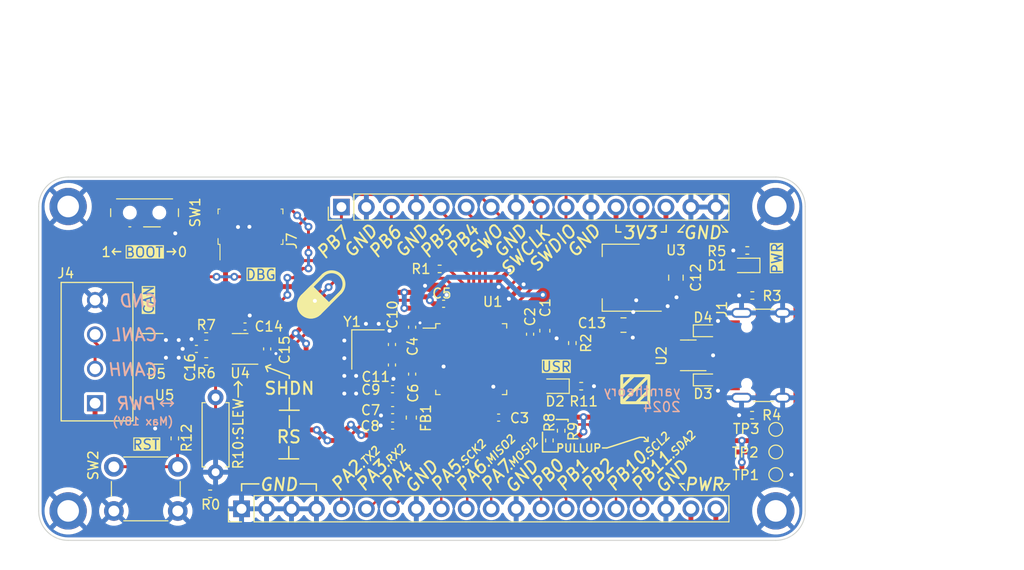
<source format=kicad_pcb>
(kicad_pcb (version 20221018) (generator pcbnew)
  (title_block (title "canpill") (date "2024-02-04") (rev "1") (company "yarntheory"))
  (layers (0 "F.Cu" signal) (31 "B.Cu" power) (34 "B.Paste" user) (35 "F.Paste" user) (36 "B.SilkS" user "B.Silkscreen") (37 "F.SilkS" user "F.Silkscreen") (38 "B.Mask" user) (39 "F.Mask" user) (44 "Edge.Cuts" user))
  (net 0 "")
  (net 3 "/VBUS")
  (net 4 "GND")
  (net 5 "/USB_P_D-")
  (net 6 "/USB_P_D+")
  (net 7 "/USB_D-")
  (net 8 "/USB_D+")
  (net 9 "/USB_CC2")
  (net 10 "/USB_CC1")
  (net 11 "/SW_BOOT0")
  (net 12 "/SWDIO")
  (net 13 "/SWCLK")
  (net 14 "/SPLIT_NODE")
  (net 15 "/SHDN")
  (net 16 "/RS")
  (net 17 "/PWR_LED_C")
  (net 19 "/PB7")
  (net 20 "/PB6")
  (net 21 "/PB5")
  (net 22 "/PB4")
  (net 23 "/MCU_nRST")
  (net 24 "/PB2")
  (net 28 "/PB11")
  (net 29 "/PB10")
  (net 30 "/PB1")
  (net 31 "/PB0")
  (net 34 "/PA7")
  (net 35 "/PA6")
  (net 36 "/PA5")
  (net 37 "/PA4")
  (net 38 "/PA3")
  (net 39 "/PA2")
  (net 44 "/HSE_OUT")
  (net 45 "/HSE_IN")
  (net 46 "/CAN_TX")
  (net 47 "/CAN_SHDN")
  (net 48 "/CAN_RX")
  (net 49 "/CAN_RS")
  (net 50 "/CAN_-")
  (net 51 "/CAN_+")
  (net 52 "/BOOT0")
  (net 53 "+3.3VA")
  (net 54 "+3.3V")
  (net 55 "/USR_LED_C")
  (net 56 "/PB12")
  (net 57 "+5V")
  (net 61 "/SWO")
  (net 62 "/DB_nRST")
  (net 63 "/NRST")
  (net 64 "/USR_nRST")
  (footprint "Capacitor_SMD:C_0402_1005Metric" (layer "F.Cu") (at 138.2116 104.8043 180)
    (fp_text reference "C8")
    (fp_text value "1u")
  )
  (footprint "Resistor_SMD:R_0402_1005Metric" (layer "F.Cu") (at 157.398 100.7915 180)
    (fp_text reference "R11")
    (fp_text value "1k5")
  )
  (footprint "Resistor_SMD:R_0402_1005Metric" (layer "F.Cu") (at 116.05 106.11 90)
    (fp_text reference "R12")
    (fp_text value "10k")
  )
  (footprint "Capacitor_SMD:C_0402_1005Metric" (layer "F.Cu") (at 143.4 92.4)
    (fp_text reference "C5")
    (fp_text value "100n")
  )
  (footprint "MountingHole:MountingHole_2.2mm_M2_DIN965_Pad" (layer "F.Cu") (at 105.198 113.4915)
    (fp_text reference "H1" hide)
    (fp_text value "MountingHole_Pad")
  )
  (footprint "Resistor_SMD:R_0402_1005Metric" (layer "F.Cu") (at 119.246 95.7265)
    (fp_text reference "R7")
    (fp_text value "DNP")
  )
  (footprint "Button_Switch_SMD:SW_SPDT_PCM12" (layer "F.Cu") (at 112.973 83.4465 180)
    (fp_text reference "SW1")
    (fp_text value "SW_SPDT")
  )
  (footprint "digikey-footprints:Jumper_Micro-Miniature_P5.31mm" (layer "F.Cu") (at 127.653 108.1915 180)
    (fp_text reference "J2" hide)
    (fp_text value "5100TR")
  )
  (footprint "Capacitor_SMD:C_0402_1005Metric" (layer "F.Cu") (at 125.448 96.9965 -90)
    (fp_text reference "C15")
    (fp_text value "100n")
  )
  (footprint "Connector_USB:USB_C_Receptacle_HRO_TYPE-C-31-M-12" (layer "F.Cu") (at 176.845 97.65 90)
    (fp_text reference "J1")
    (fp_text value "TYPE-C-31-M-12")
  )
  (footprint "Capacitor_SMD:C_0402_1005Metric" (layer "F.Cu") (at 138.1464 98.6295 -90)
    (fp_text reference "C11")
    (fp_text value "10p")
  )
  (footprint "Resistor_SMD:R_0402_1005Metric" (layer "F.Cu") (at 174.298 86.9675 180)
    (fp_text reference "R5")
    (fp_text value "1k5")
  )
  (footprint "Connector_PinHeader_2.54mm:PinHeader_1x20_P2.54mm_Vertical" (layer "F.Cu") (at 122.842 113.2775 90)
    (fp_text reference "J5" hide)
    (fp_text value "Conn_01x20_Pin")
  )
  (footprint "Resistor_SMD:R_0402_1005Metric" (layer "F.Cu") (at 156.498 96.4 -90)
    (fp_text reference "R2")
    (fp_text value "1k5")
  )
  (footprint "Capacitor_SMD:C_0402_1005Metric" (layer "F.Cu") (at 148.998 103.9915 180)
    (fp_text reference "C3")
    (fp_text value "100n")
  )
  (footprint "Package_TO_SOT_SMD:SOT-23-6" (layer "F.Cu") (at 168.295 97.65 180)
    (fp_text reference "U2")
    (fp_text value "USBLC6-2SC6")
  )
  (footprint "MountingHole:MountingHole_2.2mm_M2_DIN965_Pad" (layer "F.Cu") (at 105.198 82.4915)
    (fp_text reference "H2" hide)
    (fp_text value "MountingHole_Pad")
  )
  (footprint "LED_SMD:LED_0603_1608Metric" (layer "F.Cu") (at 174.098 88.4915 180)
    (fp_text reference "D1")
    (fp_text value "RED")
  )
  (footprint "LED_SMD:LED_0603_1608Metric" (layer "F.Cu") (at 154.698 100.7915 180)
    (fp_text reference "D2")
    (fp_text value "GREEN")
  )
  (footprint "Resistor_THT:R_Axial_DIN0207_L6.3mm_D2.5mm_P7.62mm_Horizontal" (layer "F.Cu") (at 120.198 101.9315 -90)
    (fp_text reference "R10")
    (fp_text value "DNP")
  )
  (footprint "Crystal:Crystal_SMD_3225-4Pin_3.2x2.5mm" (layer "F.Cu") (at 135.708 97.0547 -90)
    (fp_text reference "Y1")
    (fp_text value "16MHz")
  )
  (footprint "Resistor_SMD:R_0402_1005Metric" (layer "F.Cu") (at 154.162299 106.3155 90)
    (fp_text reference "R8")
    (fp_text value "5k1")
  )
  (footprint "Package_TO_SOT_SMD:SOT-223-3_TabPin2" (layer "F.Cu") (at 161.448 89.7415 180)
    (fp_text reference "U3")
    (fp_text value "AMS1117-3.3")
  )
  (footprint "Package_QFP:LQFP-48_7x7mm_P0.5mm" (layer "F.Cu") (at 146.21 98.0375)
    (fp_text reference "U1")
    (fp_text value "STM32F103C8T6")
  )
  (footprint "Resistor_SMD:R_0402_1005Metric" (layer "F.Cu") (at 174.813 91.554 180)
    (fp_text reference "R3")
    (fp_text value "5k1")
  )
  (footprint "Resistor_SMD:R_0402_1005Metric" (layer "F.Cu") (at 155.362299 105.3255 -90)
    (fp_text reference "R9")
    (fp_text value "5k1")
  )
  (footprint "Resistor_SMD:R_0402_1005Metric" (layer "F.Cu") (at 119.65 111.75)
    (fp_text reference "R0")
    (fp_text value "10k")
  )
  (footprint "Resistor_SMD:R_0402_1005Metric" (layer "F.Cu") (at 174.785 103.746 180)
    (fp_text reference "R4")
    (fp_text value "5k1")
  )
  (footprint "Capacitor_SMD:C_0402_1005Metric" (layer "F.Cu") (at 123.193 94.7165)
    (fp_text reference "C14")
    (fp_text value "100n")
  )
  (footprint "MountingHole:MountingHole_2.2mm_M2_DIN965_Pad" (layer "F.Cu") (at 177.198 113.4915)
    (fp_text reference "H4" hide)
    (fp_text value "MountingHole_Pad")
  )
  (footprint "Package_TO_SOT_SMD:SOT-23" (layer "F.Cu") (at 114.198 96.9915)
    (fp_text reference "D5")
    (fp_text value "NUP2105L")
  )
  (footprint "TestPoint:TestPoint_Pad_D1.0mm" (layer "F.Cu") (at 177.198 107.4915)
    (fp_text reference "TP2")
    (fp_text value "TestPoint")
  )
  (footprint "Capacitor_SMD:C_0402_1005Metric" (layer "F.Cu") (at 138.2 101.1 180)
    (fp_text reference "C9")
    (fp_text value "100n")
  )
  (footprint "Capacitor_SMD:C_0805_2012Metric" (layer "F.Cu") (at 167.036 89.7415 -90)
    (fp_text reference "C12")
    (fp_text value "22u")
  )
  (footprint "Capacitor_SMD:C_0603_1608Metric" (layer "F.Cu") (at 153.698 95.1415 -90)
    (fp_text reference "C1")
    (fp_text value "10u")
  )
  (footprint "Capacitor_SMD:C_0402_1005Metric" (layer "F.Cu") (at 140.198 99.5615 90)
    (fp_text reference "C6")
    (fp_text value "10n")
  )
  (footprint "Diode_SMD:D_SOD-523" (layer "F.Cu") (at 170.07 95.15)
    (fp_text reference "D4")
    (fp_text value "D_Schottky")
  )
  (footprint "Capacitor_SMD:C_0402_1005Metric" (layer "F.Cu") (at 118.248 96.9965 180)
    (fp_text reference "C16")
    (fp_text value "DNP")
  )
  (footprint "Resistor_SMD:R_0402_1005Metric" (layer "F.Cu") (at 142.998 88.85)
    (fp_text reference "R1")
    (fp_text value "10k")
  )
  (footprint "digikey-footprints:PinHeader_2x5_P1.27_SMD" (layer "F.Cu") (at 123.75 84.55)
    (fp_text reference "J7")
    (fp_text value "FTSH-105-01-L-DV-K")
  )
  (footprint "Capacitor_SMD:C_0805_2012Metric" (layer "F.Cu") (at 161.702 94.5675)
    (fp_text reference "C13")
    (fp_text value "22u")
  )
  (footprint "74AHC1G08GW_Q100_1-2:SOT65P210X110-5N" (layer "F.Cu") (at 115 103.4)
    (fp_text reference "U5")
    (fp_text value "74AHC1G08GW-Q100,1")
  )
  (footprint "Capacitor_SMD:C_0402_1005Metric" (layer "F.Cu") (at 152.198 95.4975 -90)
    (fp_text reference "C2")
    (fp_text value "100n")
  )
  (footprint "Package_TO_SOT_SMD:SOT-23-8" (layer "F.Cu") (at 122.698 96.9915 180)
    (fp_text reference "U4")
    (fp_text value "MAX3051EKA+T")
  )
  (footprint "digikey-footprints:Jumper_Micro-Miniature_P5.31mm" (layer "F.Cu") (at 127.698 103.2415 180)
    (fp_text reference "J3" hide)
    (fp_text value "5100TR")
  )
  (footprint "Capacitor_SMD:C_0402_1005Metric" (layer "F.Cu") (at 140.198 94.7863 90)
    (fp_text reference "C4")
    (fp_text value "100n")
  )
  (footprint "Capacitor_SMD:C_0402_1005Metric" (layer "F.Cu") (at 138.2116 103.2295 180)
    (fp_text reference "C7")
    (fp_text value "1u")
  )
  (footprint "1776112-4:TE_1776112-4" (layer "F.Cu") (at 107.936 97.2755 90)
    (fp_text reference "J4")
    (fp_text value "1776112-4")
  )
  (footprint "Diode_SMD:D_SOD-523" (layer "F.Cu") (at 170.07 100.15)
    (fp_text reference "D3")
    (fp_text value "D_Schottky")
  )
  (footprint "Connector_PinHeader_2.54mm:PinHeader_1x16_P2.54mm_Vertical" (layer "F.Cu") (at 133 82.55 90)
    (fp_text reference "J6" hide)
    (fp_text value "Conn_01x16_Pin")
  )
  (footprint "Inductor_SMD:L_0603_1608Metric" (layer "F.Cu") (at 140.114 103.9915 -90)
    (fp_text reference "FB1")
    (fp_text value "120R")
  )
  (footprint "TestPoint:TestPoint_Pad_D1.0mm" (layer "F.Cu") (at 177.198 105.1915 180)
    (fp_text reference "TP3")
    (fp_text value "TestPoint")
  )
  (footprint "MountingHole:MountingHole_2.2mm_M2_DIN965_Pad" (layer "F.Cu") (at 177.198 82.4915)
    (fp_text reference "H3" hide)
    (fp_text value "MountingHole_Pad")
  )
  (footprint "Button_Switch_THT:SW_PUSH_6mm" (layer "F.Cu") (at 116.350001 113.5 180)
    (fp_text reference "SW2")
    (fp_text value "SW_Push")
  )
  (footprint "Resistor_SMD:R_0402_1005Metric" (layer "F.Cu") (at 119.246 98.2665 180)
    (fp_text reference "R6")
    (fp_text value "DNP")
  )
  (footprint "TestPoint:TestPoint_Pad_D1.0mm" (layer "F.Cu") (at 177.198 109.7915 180)
    (fp_text reference "TP1")
    (fp_text value "TestPoint")
  )
  (footprint "Capacitor_SMD:C_0402_1005Metric" (layer "F.Cu") (at 138.1464 96.5467 90)
    (fp_text reference "C10")
    (fp_text value "10p")
  )
  (gr_line (start 115.898 102.5315) (end 115.598 102.8315) (stroke (width 0.15)) (layer "B.SilkS"))
  (gr_line (start 114.598 102.5315) (end 115.898 102.5315) (stroke (width 0.15)) (layer "B.SilkS"))
  (gr_line (start 115.898 102.5315) (end 115.598 102.2315) (stroke (width 0.15)) (layer "B.SilkS"))
  (gr_line (start 114.598 102.5315) (end 114.898 102.2315) (stroke (width 0.15)) (layer "B.SilkS"))
  (gr_line (start 114.598 102.5315) (end 114.898 102.8315) (stroke (width 0.15)) (layer "B.SilkS"))
  (gr_line (start 156.064299 104.184) (end 156.064299 104.384) (stroke (width 0.15)) (layer "F.SilkS"))
  (gr_circle (center 129.894796 92.505204) (end 130.778679 93.389088) (stroke (width 0.3)) (fill solid) (layer "F.SilkS"))
  (gr_line (start 163.8 106) (end 163.36 106) (stroke (width 0.15)) (layer "F.SilkS"))
  (gr_line (start 167.248 85.0915) (end 167.898 84.3915) (stroke (width 0.15)) (layer "F.SilkS"))
  (gr_line (start 161.448 85.0915) (end 160.948 85.0915) (stroke (width 0.15)) (layer "F.SilkS"))
  (gr_line (start 172.498 110.7315) (end 171.868 111.3915) (stroke (width 0.15)) (layer "F.SilkS"))
  (gr_line (start 167.748 85.0915) (end 167.248 85.0915) (stroke (width 0.15)) (layer "F.SilkS"))
  (gr_line (start 166.048 85.0915) (end 166.048 84.3915) (stroke (width 0.15)) (layer "F.SilkS"))
  (gr_line (start 115.273 87.0915) (end 116.123 87.0915) (stroke (width 0.15)) (layer "F.SilkS"))
  (gr_line (start 109.948 86.7915) (end 109.698 87.0915) (stroke (width 0.15)) (layer "F.SilkS"))
  (gr_line (start 164.125 99.875) (end 161.675 102.325) (stroke (width 0.3)) (layer "F.SilkS"))
  (gr_line (start 122.848 110.7415) (end 124.598 110.7415) (stroke (width 0.15)) (layer "F.SilkS"))
  (gr_line (start 166.048 85.0915) (end 165.548 85.0915) (stroke (width 0.15)) (layer "F.SilkS"))
  (gr_poly (pts (xy 129.965507 90.666727) (xy 131.733273 92.434493) (xy 130.778679 93.389088) (xy 129.010912 91.621321)) (stroke (width 0.3)) (fill solid) (layer "F.SilkS"))
  (gr_line (start 160.014299 107.084) (end 159.574299 107.084) (stroke (width 0.15)) (layer "F.SilkS"))
  (gr_line (start 163.8 106) (end 164.2 106.4) (stroke (width 0.15)) (layer "F.SilkS"))
  (gr_line (start 115.873 87.3915) (end 116.123 87.0915) (stroke (width 0.15)) (layer "F.SilkS"))
  (gr_line (start 109.698 87.0915) (end 109.948 87.3915) (stroke (width 0.15)) (layer "F.SilkS"))
  (gr_line (start 160.948 85.0915) (end 160.948 84.3915) (stroke (width 0.15)) (layer "F.SilkS"))
  (gr_line (start 164.225 101.275) (end 163.025 102.475) (stroke (width 0.3)) (layer "F.SilkS"))
  (gr_line (start 163.36 106) (end 160.014299 107.084) (stroke (width 0.15)) (layer "F.SilkS"))
  (gr_poly (pts (xy 164.275 102.475) (xy 161.525 102.475) (xy 161.525 99.725) (xy 164.275 99.725)) (stroke (width 0.3)) (fill none) (layer "F.SilkS"))
  (gr_line (start 164.2 106.4) (end 163.8 106.4) (stroke (width 0.15)) (layer "F.SilkS"))
  (gr_line (start 130.448 110.741501) (end 130.448 111.4415) (stroke (width 0.15)) (layer "F.SilkS"))
  (gr_line (start 164.2 106.4) (end 164.2 106) (stroke (width 0.15)) (layer "F.SilkS"))
  (gr_line (start 127.698 101.9915) (end 127.698 103.2415) (stroke (width 0.15)) (layer "F.SilkS"))
  (gr_line (start 132.9 91.267767) (end 130.778679 93.389088) (stroke (width 0.3)) (layer "F.SilkS"))
  (gr_line (start 172.498 110.7315) (end 171.998 110.7315) (stroke (width 0.15)) (layer "F.SilkS"))
  (gr_line (start 122.5 100.3) (end 122.1 100.7) (stroke (width 0.15)) (layer "F.SilkS"))
  (gr_line (start 172.298 85.0915) (end 171.648 84.3915) (stroke (width 0.15)) (layer "F.SilkS"))
  (gr_line (start 131.132233 89.5) (end 129.010912 91.621321) (stroke (width 0.3)) (layer "F.SilkS"))
  (gr_line (start 162.695 99.765) (end 161.545 100.915) (stroke (width 0.3)) (layer "F.SilkS"))
  (gr_line (start 122.5 101.9) (end 122.5 100.3) (stroke (width 0.15)) (layer "F.SilkS"))
  (gr_line (start 116.123 87.0915) (end 115.873 86.7915) (stroke (width 0.15)) (layer "F.SilkS"))
  (gr_line (start 127.698 103.2415) (end 126.698 103.2415) (stroke (width 0.15)) (layer "F.SilkS"))
  (gr_line (start 128.798 110.7415) (end 130.448 110.741501) (stroke (width 0.15)) (layer "F.SilkS"))
  (gr_line (start 167.878 110.7315) (end 167.378 110.7315) (stroke (width 0.15)) (layer "F.SilkS"))
  (gr_arc (start 130.778679 93.389088) (mid 129.010912 93.389088) (end 129.010912 91.621321) (stroke (width 0.3)) (layer "F.SilkS"))
  (gr_line (start 154.864299 104.184) (end 156.064299 104.184) (stroke (width 0.15)) (layer "F.SilkS"))
  (gr_line (start 127.7 99.7) (end 125.3 98.8) (stroke (width 0.15)) (layer "F.SilkS"))
  (gr_line (start 127.648 108.1915) (end 128.648 108.1915) (stroke (width 0.15)) (layer "F.SilkS"))
  (gr_line (start 122.5 100.3) (end 122.9 100.7) (stroke (width 0.15)) (layer "F.SilkS"))
  (gr_line (start 125.3 98.8) (end 125.8 98.6) (stroke (width 0.15)) (layer "F.SilkS"))
  (gr_line (start 127.698 103.8) (end 127.7 105) (stroke (width 0.15)) (layer "F.SilkS"))
  (gr_line (start 122.848 110.7415) (end 122.848 111.4415) (stroke (width 0.15)) (layer "F.SilkS"))
  (gr_line (start 125.3 98.8) (end 125.5 99.3) (stroke (width 0.15)) (layer "F.SilkS"))
  (gr_line (start 172.298 85.0915) (end 171.798 85.0915) (stroke (width 0.15)) (layer "F.SilkS"))
  (gr_line (start 127.648 106.9415) (end 127.648 108.1915) (stroke (width 0.15)) (layer "F.SilkS"))
  (gr_line (start 127.698 103.2415) (end 128.698 103.2415) (stroke (width 0.15)) (layer "F.SilkS"))
  (gr_line (start 127.7 100) (end 127.7 99.7) (stroke (width 0.15)) (layer "F.SilkS"))
  (gr_line (start 155.024299 107.484) (end 153.474299 107.484) (stroke (width 0.15)) (layer "F.SilkS"))
  (gr_line (start 153.464299 107.484) (end 153.464299 105.484) (stroke (width 0.15)) (layer "F.SilkS"))
  (gr_arc (start 131.132233 89.5) (mid 132.9 89.5) (end 132.9 91.267767) (stroke (width 0.3)) (layer "F.SilkS"))
  (gr_line (start 110.548 87.0915) (end 109.698 87.0915) (stroke (width 0.15)) (layer "F.SilkS"))
  (gr_line (start 127.648 108.1915) (end 126.648 108.1915) (stroke (width 0.15)) (layer "F.SilkS"))
  (gr_line (start 167.378 110.7315) (end 167.948 111.3915) (stroke (width 0.15)) (layer "F.SilkS"))
  (gr_line (start 177.198 116.4915) (end 105.198 116.4915) (stroke (width 0.1)) (layer "Edge.Cuts"))
  (gr_arc (start 180.198 113.4915) (mid 179.31932 115.61282) (end 177.198 116.4915) (stroke (width 0.1)) (layer "Edge.Cuts"))
  (gr_line (start 102.198 113.4915) (end 102.198 82.4915) (stroke (width 0.1)) (layer "Edge.Cuts"))
  (gr_arc (start 102.198 82.4915) (mid 103.07668 80.37018) (end 105.198 79.4915) (stroke (width 0.1)) (layer "Edge.Cuts"))
  (gr_arc (start 177.198 79.4915) (mid 179.31932 80.37018) (end 180.198 82.4915) (stroke (width 0.1)) (layer "Edge.Cuts"))
  (gr_line (start 180.198 113.4915) (end 180.198 82.4915) (stroke (width 0.1)) (layer "Edge.Cuts"))
  (gr_arc (start 105.198 116.4915) (mid 103.07668 115.61282) (end 102.198 113.4915) (stroke (width 0.1)) (layer "Edge.Cuts"))
  (gr_line (start 105.198 79.4915) (end 177.198 79.4915) (stroke (width 0.1)) (layer "Edge.Cuts"))
  (gr_text "PWR" (at 114.298 103.2915) (layer "B.SilkS") (effects (font (size 1.25 1.25) (thickness 0.2) italic) (justify left bottom mirror)))
  (gr_text "yarntheory\n2024" (at 167.6 103.5) (layer "B.SilkS") (effects (font (size 1 1)) (justify left bottom mirror)))
  (gr_text "CANH" (at 114.448 99.8415) (layer "B.SilkS") (effects (font (size 1.25 1.25) (thickness 0.2) italic) (justify left bottom mirror)))
  (gr_text "CANL" (at 114.448 96.2915) (layer "B.SilkS") (effects (font (size 1.25 1.25) (thickness 0.2) italic) (justify left bottom mirror)))
  (gr_text "(Max 18V)" (at 115.988 104.8415) (layer "B.SilkS") (effects (font (size 0.8 0.8) (thickness 0.15) bold) (justify left bottom mirror)))
  (gr_text "GND" (at 114.448 92.8415) (layer "B.SilkS") (effects (font (size 1.25 1.25) (thickness 0.2) italic) (justify left bottom mirror)))
  (gr_text ":SLEW" (at 123.1 106.4 90) (layer "F.SilkS") (effects (font (size 1 1)) (justify left bottom)))
  (gr_text "1" (at 108.498 87.7165) (layer "F.SilkS") (effects (font (size 1 1)) (justify left bottom)))
  (gr_text "PA6" (at 145.448 111.7415 45) (layer "F.SilkS") (effects (font (size 1.25 1.25) (thickness 0.2) italic) (justify left bottom)))
  (gr_text "PA2" (at 132.748 111.7415 45) (layer "F.SilkS") (effects (font (size 1.25 1.25) (thickness 0.2) italic) (justify left bottom)))
  (gr_text "BOOT" (at 110.898 87.7415) (layer "F.SilkS" knockout) (effects (font (size 1 1)) (justify left bottom)))
  (gr_text ".MISO2" (at 147.9 109.2 45) (layer "F.SilkS") (effects (font (size 0.8 0.8) (thickness 0.15) italic) (justify left bottom)))
  (gr_text "PB10" (at 160.748 111.7415 45) (layer "F.SilkS") (effects (font (size 1.25 1.25) (thickness 0.2) italic) (justify left bottom)))
  (gr_text "PWR" (at 177.898 89.4415 90) (layer "F.SilkS" knockout) (effects (font (size 1 1)) (justify left bottom)))
  (gr_text "GND" (at 156.76 87.93 45) (layer "F.SilkS") (effects (font (size 1.25 1.25) (thickness 0.2) italic) (justify left bottom)))
  (gr_text "PB6" (at 136.598 87.9915 45) (layer "F.SilkS") (effects (font (size 1.25 1.25) (thickness 0.2) italic) (justify left bottom)))
  (gr_text "DBG" (at 123.2 90.02) (layer "F.SilkS" knockout) (effects (font (size 1 1)) (justify left bottom)))
  (gr_text "PB7" (at 131.298 88.0915 45) (layer "F.SilkS") (effects (font (size 1.25 1.25) (thickness 0.2) italic) (justify left bottom)))
  (gr_text "3V3" (at 161.548 85.8915) (layer "F.SilkS") (effects (font (size 1.25 1.25) (thickness 0.2) italic) (justify left bottom)))
  (gr_text "PB2" (at 158.198 111.7415 45) (layer "F.SilkS") (effects (font (size 1.25 1.25) (thickness 0.2) italic) (justify left bottom)))
  (gr_text "PB5" (at 141.798 87.9915 45) (layer "F.SilkS") (effects (font (size 1.25 1.25) (thickness 0.2) italic) (justify left bottom)))
  (gr_text "PB11" (at 163.298 111.7415 45) (layer "F.SilkS") (effects (font (size 1.25 1.25) (thickness 0.2) italic) (justify left bottom)))
  (gr_text ".SCK2" (at 145.3 109.3 45) (layer "F.SilkS") (effects (font (size 0.8 0.8) (thickness 0.15) italic) (justify left bottom)))
  (gr_text "PB4" (at 144.498 87.7915 45) (layer "F.SilkS") (effects (font (size 1.25 1.25) (thickness 0.2) italic) (justify left bottom)))
  (gr_text "PB0" (at 153.148 111.7415 45) (layer "F.SilkS") (effects (font (size 1.25 1.25) (thickness 0.2) italic) (justify left bottom)))
  (gr_text "SHDN" (at 125.048 101.7415) (layer "F.SilkS") (effects (font (size 1.25 1.25) (thickness 0.2)) (justify left bottom)))
  (gr_text "GND" (at 134.048 87.9415 45) (layer "F.SilkS") (effects (font (size 1.25 1.25) (thickness 0.2) italic) (justify left bottom)))
  (gr_text "GND" (at 150.448 111.9415 45) (layer "F.SilkS") (effects (font (size 1.25 1.25) (thickness 0.2) italic) (justify left bottom)))
  (gr_text "GND" (at 165.748 111.9415 45) (layer "F.SilkS") (effects (font (size 1.25 1.25) (thickness 0.2) italic) (justify left bottom)))
  (gr_text "SWCLK" (at 150.01 89.78 45) (layer "F.SilkS") (effects (font (size 1.25 1.25) (thickness 0.2) italic) (justify left bottom)))
  (gr_text ".TX2" (at 135.2 109.3 45) (layer "F.SilkS") (effects (font (size 0.8 0.8) (thickness 0.15) italic) (justify left bottom)))
  (gr_text "GND" (at 124.598 111.5415) (layer "F.SilkS") (effects (font (size 1.25 1.25) (thickness 0.2) italic) (justify left bottom)))
  (gr_text "GND" (at 149.298 87.9415 45) (layer "F.SilkS") (effects (font (size 1.25 1.25) (thickness 0.2) italic) (justify left bottom)))
  (gr_text "GND" (at 167.698 85.8915) (layer "F.SilkS") (effects (font (size 1.25 1.25) (thickness 0.2) italic) (justify left bottom)))
  (gr_text "SWDIO" (at 152.89 89.37 45) (layer "F.SilkS") (effects (font (size 1.25 1.25) (thickness 0.2) italic) (justify left bottom)))
  (gr_text "USR" (at 153.248 99.3915) (layer "F.SilkS" knockout) (effects (font (size 1 1)) (justify left bottom)))
  (gr_text ".SDA2" (at 166.698 108.3415 45) (layer "F.SilkS") (effects (font (size 0.8 0.8) (thickness 0.15) italic) (justify left bottom)))
  (gr_text "GND" (at 139.248 87.9415 45) (layer "F.SilkS") (effects (font (size 1.25 1.25) (thickness 0.2) italic) (justify left bottom)))
  (gr_text "SWO" (at 146.748 88.0415 45) (layer "F.SilkS") (effects (font (size 1.25 1.25) (thickness 0.2) italic) (justify left bottom)))
  (gr_text "RS" (at 126.298 106.6915) (layer "F.SilkS") (effects (font (size 1.25 1.25) (thickness 0.2)) (justify left bottom)))
  (gr_text "PULLUP" (at 154.762299 107.5755) (layer "F.SilkS") (effects (font (size 0.8 0.8)) (justify left bottom)))
  (gr_text "PA3" (at 135.298 111.7415 45) (layer "F.SilkS") (effects (font (size 1.25 1.25) (thickness 0.2) italic) (justify left bottom)))
  (gr_text "PA7" (at 147.998 111.7415 45) (layer "F.SilkS") (effects (font (size 1.25 1.25) (thickness 0.2) italic) (justify left bottom)))
  (gr_text ".MOSI2" (at 150.2 109.5 45) (layer "F.SilkS") (effects (font (size 0.8 0.8) (thickness 0.15) italic) (justify left bottom)))
  (gr_text "CAN" (at 113.998 93.5415 90) (layer "F.SilkS" knockout) (effects (font (size 1 1)) (justify left bottom)))
  (gr_text "GND" (at 140.248 111.9415 45) (layer "F.SilkS") (effects (font (size 1.25 1.25) (thickness 0.2) italic) (justify left bottom)))
  (gr_text "RST" (at 111.673 107.3165) (layer "F.SilkS" knockout) (effects (font (size 1 1)) (justify left bottom)))
  (gr_text "PA5" (at 142.898 111.7415 45) (layer "F.SilkS") (effects (font (size 1.25 1.25) (thickness 0.2) italic) (justify left bottom)))
  (gr_text ".RX2" (at 137.7 109.2 45) (layer "F.SilkS") (effects (font (size 0.8 0.8) (thickness 0.15) italic) (justify left bottom)))
  (gr_text "0" (at 116.248 87.7165) (layer "F.SilkS") (effects (font (size 1 1)) (justify left bottom)))
  (gr_text "PA4" (at 137.848 111.7415 45) (layer "F.SilkS") (effects (font (size 1.25 1.25) (thickness 0.2) italic) (justify left bottom)))
  (gr_text "PB1" (at 155.648 111.7415 45) (layer "F.SilkS") (effects (font (size 1.25 1.25) (thickness 0.2) italic) (justify left bottom)))
  (gr_text ".SCL2" (at 164.098 108.4415 45) (layer "F.SilkS") (effects (font (size 0.8 0.8) (thickness 0.15) italic) (justify left bottom)))
  (gr_text "PWR" (at 167.828 111.5315) (layer "F.SilkS") (effects (font (size 1.25 1.25) (thickness 0.2) italic) (justify left bottom)))
  (segment (start 172.8 95.2) (end 170.82 95.2) (width 0.5) (layer "F.Cu") (net 3))
  (segment (start 172.8 100.1) (end 170.82 100.1) (width 0.5) (layer "F.Cu") (net 3))
  (segment (start 170.82 100.1) (end 170.77 100.15) (width 0.5) (layer "F.Cu") (net 3))
  (segment (start 114.05 105.1) (end 114.05 104.0756) (width 0.3) (layer "F.Cu") (net 4))
  (segment (start 152.962 95.9775) (end 152.198 95.9775) (width 0.5) (layer "F.Cu") (net 4))
  (segment (start 172.8 94.4) (end 171.57 94.4) (width 0.5) (layer "F.Cu") (net 4))
  (segment (start 171.32 101.25) (end 171.67 100.9) (width 0.5) (layer "F.Cu") (net 4))
  (segment (start 154.898 95.9165) (end 153.698 95.9165) (width 0.5) (layer "F.Cu") (net 4))
  (segment (start 148.46 100.8415) (end 148.46 102.2) (width 0.3) (layer "F.Cu") (net 4))
  (segment (start 151.469 95.7875) (end 150.3725 95.7875) (width 0.3) (layer "F.Cu") (net 4))
  (segment (start 148.46 102.2) (end 148.46 103.9335) (width 0.3) (layer "F.Cu") (net 4))
  (segment (start 169.4325 97.65) (end 170.82 97.65) (width 0.5) (layer "F.Cu") (net 4))
  (segment (start 137.41 103.2295) (end 137.7316 103.2295) (width 0.5) (layer "F.Cu") (net 4))
  (segment (start 173.474 91.554) (end 174.303 91.554) (width 0.5) (layer "F.Cu") (net 4))
  (segment (start 151.5195 90.42) (end 151.54 90.42) (width 0.5) (layer "F.Cu") (net 4))
  (segment (start 136.998 104.7915) (end 137.0108 104.8043) (width 0.5) (layer "F.Cu") (net 4))
  (segment (start 125.448 97.4765) (end 125.033 97.4765) (width 0.5) (layer "F.Cu") (net 4))
  (segment (start 152.198 95.9775) (end 151.659 95.9775) (width 0.3) (layer "F.Cu") (net 4))
  (segment (start 151.659 95.9775) (end 151.469 95.7875) (width 0.3) (layer "F.Cu") (net 4))
  (segment (start 153.023 95.9165) (end 152.962 95.9775) (width 0.5) (layer "F.Cu") (net 4))
  (segment (start 157.908 100.7915) (end 158.7 100.7915) (width 0.5) (layer "F.Cu") (net 4))
  (segment (start 123.64 84.56) (end 123.75 84.67) (width 0.5) (layer "F.Cu") (net 4))
  (segment (start 126.338 97.4715) (end 125.453 97.4715) (width 0.5) (layer "F.Cu") (net 4))
  (segment (start 143.96 92.48) (end 143.88 92.4) (width 0.3) (layer "F.Cu") (net 4))
  (segment (start 140.198 99.0815) (end 140.608 99.0815) (width 0.3) (layer "F.Cu") (net 4))
  (segment (start 123.75 84.67) (end 123.75 86.585) (width 0.5) (layer "F.Cu") (net 4))
  (segment (start 140.608 99.0815) (end 140.902 98.7875) (width 0.3) (layer "F.Cu") (net 4))
  (segment (start 150.04475 91.89475) (end 151.5195 90.42) (width 0.5) (layer "F.Cu") (net 4))
  (segment (start 171.67 100.9) (end 172.8 100.9) (width 0.5) (layer "F.Cu") (net 4))
  (segment (start 125.453 97.4715) (end 125.448 97.4765) (width 0.3) (layer "F.Cu") (net 4))
  (segment (start 140.902 98.7875) (end 142.0475 98.7875) (width 0.3) (layer "F.Cu") (net 4))
  (segment (start 115.571923 85.225423) (end 115.223 84.8765) (width 0.5) (layer "F.Cu") (net 4))
  (segment (start 140.9628 94.3063) (end 140.198 94.3063) (width 0.3) (layer "F.Cu") (net 4))
  (segment (start 173.47 103.746) (end 174.275 103.746) (width 0.5) (layer "F.Cu") (net 4))
  (segment (start 137.027977 103.611523) (end 137.41 103.2295) (width 0.5) (layer "F.Cu") (net 4))
  (segment (start 116.096686 85.225423) (end 115.571923 85.225423) (width 0.5) (layer "F.Cu") (net 4))
  (segment (start 173.788 86.9675) (end 172.878 86.9675) (width 0.5) (layer "F.Cu") (net 4))
  (segment (start 122.48 84.58) (end 122.48 86.585) (width 0.5) (layer "F.Cu") (net 4))
  (segment (start 117.763 96.9915) (end 117.768 96.9965) (width 0.5) (layer "F.Cu") (net 4))
  (segment (start 143.398 98.7875) (end 142.0475 98.7875) (width 0.3) (layer "F.Cu") (net 4))
  (segment (start 137.0108 104.8043) (end 137.7316 104.8043) (width 0.5) (layer "F.Cu") (net 4))
  (segment (start 124.873 97.3165) (end 123.8355 97.3165) (width 0.5) (layer "F.Cu") (net 4))
  (segment (start 140.998 94.3415) (end 140.9628 94.3063) (width 0.3) (layer "F.Cu") (net 4))
  (segment (start 177.198 109.7915) (end 178.798 109.7915) (width 0.25) (layer "F.Cu") (net 4))
  (segment (start 149.005023 90.094977) (end 149.005023 90.685023) (width 0.5) (layer "F.Cu") (net 4))
  (segment (start 125.033 97.4765) (end 124.873 97.3165) (width 0.5) (layer "F.Cu") (net 4))
  (segment (start 150.1 89) (end 149.005023 90.094977) (width 0.5) (layer "F.Cu") (net 4))
  (segment (start 173.47 91.55) (end 173.474 91.554) (width 0.5) (layer "F.Cu") (net 4))
  (segment (start 136.558 95.9547) (end 136.558 95.4815) (width 0.3) (layer "F.Cu") (net 4))
  (segment (start 123.673 94.7165) (end 123.673 93.5915) (width 0.5) (layer "F.Cu") (net 4))
  (segment (start 143.96 93.875) (end 143.96 92.48) (width 0.3) (layer "F.Cu") (net 4))
  (segment (start 137.027977 103.771477) (end 137.027977 103.611523) (width 0.5) (layer "F.Cu") (net 4))
  (segment (start 148.46 103.9335) (end 148.518 103.9915) (width 0.3) (layer "F.Cu") (net 4))
  (segment (start 114.05 104.0756) (end 114.0348 104.0604) (width 0.25) (layer "F.Cu") (net 4))
  (segment (start 153.698 95.9165) (end 153.023 95.9165) (width 0.5) (layer "F.Cu") (net 4))
  (via (at 134.498 101.5415) (size 0.8) (drill 0.4) (layers "F.Cu" "B.Cu") (net 4))
  (via (at 138.298 100.0415) (size 0.8) (drill 0.4) (layers "F.Cu" "B.Cu") (net 4))
  (via (at 136.998 104.7915) (size 0.8) (drill 0.4) (layers "F.Cu" "B.Cu") (net 4))
  (via (at 173.47 103.746) (size 0.8) (drill 0.4) (layers "F.Cu" "B.Cu") (net 4))
  (via (at 151.54 90.42) (size 0.8) (drill 0.4) (layers "F.Cu" "B.Cu") (net 4))
  (via (at 140.998 94.3415) (size 0.7) (drill 0.3) (layers "F.Cu" "B.Cu") (net 4))
  (via (at 122.48 84.58) (size 0.8) (drill 0.4) (layers "F.Cu" "B.Cu") (net 4))
  (via (at 123.64 84.56) (size 0.8) (drill 0.4) (layers "F.Cu" "B.Cu") (net 4))
  (via (at 158.7 100.7915) (size 0.8) (drill 0.4) (layers "F.Cu" "B.Cu") (net 4))
  (via (at 154.898 95.9165) (size 0.8) (drill 0.4) (layers "F.Cu" "B.Cu") (net 4))
  (via (at 133.298 101.5415) (size 0.8) (drill 0.4) (layers "F.Cu" "B.Cu") (net 4))
  (via (at 173.47 91.55) (size 0.8) (drill 0.4) (layers "F.Cu" "B.Cu") (net 4))
  (via (at 133.298 97.9415) (size 0.8) (drill 0.4) (layers "F.Cu" "B.Cu") (net 4))
  (via (at 133.298 96.1415) (size 0.8) (drill 0.4) (layers "F.Cu" "B.Cu") (net 4))
  (via (at 126.338 97.4715) (size 0.7) (drill 0.3) (layers "F.Cu" "B.Cu") (net 4))
  (via (at 116.448 96.0915) (size 0.8) (drill 0.4) (layers "F.Cu" "B.Cu") (net 4))
  (via (at 117.748 96) (size 0.8) (drill 0.4) (layers "F.Cu" "B.Cu") (net 4))
  (via (at 115.148 96.0915) (size 0.8) (drill 0.4) (layers "F.Cu" "B.Cu") (net 4))
  (via (at 141.511016 90.563265) (size 0.8) (drill 0.4) (layers "F.Cu" "B.Cu") (net 4))
  (via (at 171.32 101.25) (size 0.8) (drill 0.4) (layers "F.Cu" "B.Cu") (net 4))
  (via (at 170.82 97.65) (size 0.8) (drill 0.4) (layers "F.Cu" "B.Cu") (net 4))
  (via (at 149.005023 90.685023) (size 0.8) (drill 0.4) (layers "F.Cu" "B.Cu") (net 4))
  (via (at 116.848 96.9915) (size 0.8) (drill 0.4) (layers "F.Cu" "B.Cu") (net 4))
  (via (at 134.498 99.7415) (size 0.8) (drill 0.4) (layers "F.Cu" "B.Cu") (net 4))
  (via (at 137.027977 103.771477) (size 0.8) (drill 0.4) (layers "F.Cu" "B.Cu") (net 4))
  (via (at 143.7 91.5) (size 0.8) (drill 0.4) (layers "F.Cu" "B.Cu") (net 4))
  (via (at 116.096686 85.225423) (size 0.8) (drill 0.4) (layers "F.Cu" "B.Cu") (net 4))
  (via (at 171.32 94.15) (size 0.8) (drill 0.4) (layers "F.Cu" "B.Cu") (net 4))
  (via (at 114.05 105.1) (size 0.8) (drill 0.4) (layers "F.Cu" "B.Cu") (net 4))
  (via (at 162.698 93.2415) (size 0.8) (drill 0.4) (layers "F.Cu" "B.Cu") (net 4))
  (via (at 167.098 91.7415) (size 0.8) (drill 0.4) (layers "F.Cu" "B.Cu") (net 4))
  (via (at 136.798 94.4415) (size 0.8) (drill 0.4) (layers "F.Cu" "B.Cu") (net 4))
  (via (at 148.46 100.8415) (size 0.8) (drill 0.4) (layers "F.Cu" "B.Cu") (net 4))
  (via (at 123.673 93.5915) (size 0.8) (drill 0.4) (layers "F.Cu" "B.Cu") (net 4))
  (via (at 115.148 97.8915) (size 0.8) (drill 0.4) (layers "F.Cu" "B.Cu") (net 4))
  (via (at 166.198 92.6415) (size 0.8) (drill 0.4) (layers "F.Cu" "B.Cu") (net 4))
  (via (at 150.1 89) (size 0.8) (drill 0.4) (layers "F.Cu" "B.Cu") (net 4))
  (via (at 150.04475 91.89475) (size 0.8) (drill 0.4) (layers "F.Cu" "B.Cu") (net 4))
  (via (at 143.398 98.7875) (size 0.8) (drill 0.4) (layers "F.Cu" "B.Cu") (net 4))
  (via (at 178.798 109.7915) (size 0.8) (drill 0.4) (layers "F.Cu" "B.Cu") (net 4))
  (via (at 172.878 86.9675) (size 0.8) (drill 0.4) (layers "F.Cu" "B.Cu") (net 4))
  (via (at 133.298 99.7415) (size 0.8) (drill 0.4) (layers "F.Cu" "B.Cu") (net 4))
  (via (at 135.498 94.4415) (size 0.8) (drill 0.4) (layers "F.Cu" "B.Cu") (net 4))
  (via (at 162.648 95.8415) (size 0.8) (drill 0.4) (layers "F.Cu" "B.Cu") (net 4))
  (via (at 116.448 97.8915) (size 0.8) (drill 0.4) (layers "F.Cu" "B.Cu") (net 4))
  (via (at 162.998 92.0415) (size 0.8) (drill 0.4) (layers "F.Cu" "B.Cu") (net 4))
  (via (at 137.898 95.1415) (size 0.8) (drill 0.4) (layers "F.Cu" "B.Cu") (net 4))
  (segment (start 151.5 97.611815) (end 151.5 97.81) (width 0.25) (layer "F.Cu") (net 5))
  (segment (start 151.79 98.1) (end 152.3 98.1) (width 0.25) (layer "F.Cu") (net 5))
  (segment (start 152.3112 98.1112) (end 152.3 98.1) (width 0.77) (layer "F.Cu") (net 5))
  (segment (start 165.674949 98.1112) (end 152.3112 98.1112) (width 0.77) (layer "F.Cu") (net 5))
  (segment (start 167.1575 98.6) (end 166.163749 98.6) (width 0.5) (layer "F.Cu") (net 5))
  (segment (start 150.3725 97.2875) (end 151.175685 97.2875) (width 0.25) (layer "F.Cu") (net 5))
  (segment (start 151.5 97.81) (end 151.79 98.1) (width 0.25) (layer "F.Cu") (net 5))
  (segment (start 151.175685 97.2875) (end 151.5 97.611815) (width 0.25) (layer "F.Cu") (net 5))
  (segment (start 166.163749 98.6) (end 165.674949 98.1112) (width 0.5) (layer "F.Cu") (net 5))
  (segment (start 151.79 97.18) (end 152.31 97.18) (width 0.25) (layer "F.Cu") (net 6))
  (segment (start 167.1575 96.7) (end 166.163749 96.7) (width 0.5) (layer "F.Cu") (net 6))
  (segment (start 151.3975 96.7875) (end 151.79 97.18) (width 0.25) (layer "F.Cu") (net 6))
  (segment (start 150.3725 96.7875) (end 151.3975 96.7875) (width 0.25) (layer "F.Cu") (net 6))
  (segment (start 152.662984 97.18) (end 152.671784 97.1888) (width 0.77) (layer "F.Cu") (net 6))
  (segment (start 152.31 97.18) (end 152.662984 97.18) (width 0.77) (layer "F.Cu") (net 6))
  (segment (start 152.671784 97.1888) (end 165.674949 97.1888) (width 0.77) (layer "F.Cu") (net 6))
  (segment (start 166.163749 96.7) (end 165.674949 97.1888) (width 0.5) (layer "F.Cu") (net 6))
  (segment (start 173.875 97.4) (end 174.02 97.545) (width 0.2) (layer "F.Cu") (net 7))
  (segment (start 174.02 98.255) (end 173.875 98.4) (width 0.2) (layer "F.Cu") (net 7))
  (segment (start 173.875 98.4) (end 172.8 98.4) (width 0.2) (layer "F.Cu") (net 7))
  (segment (start 172.8 98.4) (end 171.62 98.4) (width 0.2) (layer "F.Cu") (net 7))
  (segment (start 171.53 98.4) (end 172.8 98.4) (width 0.2) (layer "F.Cu") (net 7))
  (segment (start 169.4325 98.6) (end 171.33 98.6) (width 0.2) (layer "F.Cu") (net 7))
  (segment (start 171.33 98.6) (end 171.53 98.4) (width 0.2) (layer "F.Cu") (net 7))
  (segment (start 174.02 97.545) (end 174.02 98.255) (width 0.2) (layer "F.Cu") (net 7))
  (segment (start 172.8 97.4) (end 173.875 97.4) (width 0.2) (layer "F.Cu") (net 7))
  (segment (start 171.315 96.7) (end 171.62 97.005) (width 0.2) (layer "F.Cu") (net 8))
  (segment (start 171.62 97.005) (end 171.62 97.795) (width 0.2) (layer "F.Cu") (net 8))
  (segment (start 169.4325 96.7) (end 171.315 96.7) (width 0.2) (layer "F.Cu") (net 8))
  (segment (start 171.725 96.9) (end 171.62 97.005) (width 0.2) (layer "F.Cu") (net 8))
  (segment (start 171.725 97.9) (end 172.8 97.9) (width 0.2) (layer "F.Cu") (net 8))
  (segment (start 172.8 96.9) (end 171.725 96.9) (width 0.2) (layer "F.Cu") (net 8))
  (segment (start 171.62 97.795) (end 171.725 97.9) (width 0.2) (layer "F.Cu") (net 8))
  (segment (start 175.323 95.047) (end 175.323 91.554) (width 0.3) (layer "F.Cu") (net 9))
  (segment (start 174.47 95.9) (end 175.323 95.047) (width 0.3) (layer "F.Cu") (net 9))
  (segment (start 172.8 95.9) (end 174.47 95.9) (width 0.3) (layer "F.Cu") (net 9))
  (segment (start 172.8 98.9) (end 174.4 98.9) (width 0.3) (layer "F.Cu") (net 10))
  (segment (start 174.4 98.9) (end 175.295 99.795) (width 0.3) (layer "F.Cu") (net 10))
  (segment (start 175.295 99.795) (end 175.295 103.746) (width 0.3) (layer "F.Cu") (net 10))
  (segment (start 134.2415 88) (end 135.0915 88.85) (width 0.3) (layer "F.Cu") (net 11))
  (segment (start 122.1 89.65) (end 124.29 89.65) (width 0.3) (layer "F.Cu") (net 11))
  (segment (start 120.3 89.65) (end 115.9065 89.65) (width 0.3) (layer "F.Cu") (net 11))
  (segment (start 127.41 88) (end 134.2415 88) (width 0.3) (layer "F.Cu") (net 11))
  (segment (start 126.69 88.72) (end 127.41 88) (width 0.3) (layer "F.Cu") (net 11))
  (segment (start 124.29 89.65) (end 125.22 88.72) (width 0.3) (layer "F.Cu") (net 11))
  (segment (start 112.223 85.9665) (end 112.223 84.8765) (width 0.3) (layer "F.Cu") (net 11))
  (segment (start 135.0915 88.85) (end 142.488 88.85) (width 0.3) (layer "F.Cu") (net 11))
  (segment (start 125.22 88.72) (end 126.69 88.72) (width 0.3) (layer "F.Cu") (net 11))
  (segment (start 115.9065 89.65) (end 112.223 85.9665) (width 0.3) (layer "F.Cu") (net 11))
  (via (at 120.3 89.65) (size 0.8) (drill 0.4) (layers "F.Cu" "B.Cu") (net 11))
  (via (at 122.1 89.65) (size 0.8) (drill 0.4) (layers "F.Cu" "B.Cu") (net 11))
  (segment (start 122.1 89.65) (end 120.3 89.65) (width 0.3) (layer "B.Cu") (net 11))
  (segment (start 155.86 81.06) (end 154.85 80.05) (width 0.3) (layer "F.Cu") (net 12))
  (segment (start 121.21 80.84) (end 121.21 82.515) (width 0.3) (layer "F.Cu") (net 12))
  (segment (start 149.533959 96.2875) (end 150.3725 96.2875) (width 0.3) (layer "F.Cu") (net 12))
  (segment (start 155.86 82.55) (end 155.85 82.56) (width 0.3) (layer "F.Cu") (net 12))
  (segment (start 155.85 87.350161) (end 149.46 93.740161) (width 0.3) (layer "F.Cu") (net 12))
  (segment (start 122 80.05) (end 121.21 80.84) (width 0.3) (layer "F.Cu") (net 12))
  (segment (start 155.86 82.55) (end 155.86 81.06) (width 0.3) (layer "F.Cu") (net 12))
  (segment (start 149.285 96.038541) (end 149.533959 96.2875) (width 0.3) (layer "F.Cu") (net 12))
  (segment (start 149.285 95.036459) (end 149.285 96.038541) (width 0.3) (layer "F.Cu") (net 12))
  (segment (start 154.85 80.05) (end 122 80.05) (width 0.3) (layer "F.Cu") (net 12))
  (segment (start 149.46 93.740161) (end 149.46 94.861459) (width 0.3) (layer "F.Cu") (net 12))
  (segment (start 155.85 82.56) (end 155.85 87.350161) (width 0.3) (layer "F.Cu") (net 12))
  (segment (start 149.46 94.861459) (end 149.285 95.036459) (width 0.3) (layer "F.Cu") (net 12))
  (segment (start 153.32 87.43) (end 148.96 91.79) (width 0.3) (layer "F.Cu") (net 13))
  (segment (start 153.01 82.55) (end 151.11 80.65) (width 0.3) (layer "F.Cu") (net 13))
  (segment (start 151.11 80.65) (end 122.8 80.65) (width 0.3) (layer "F.Cu") (net 13))
  (segment (start 148.96 91.79) (end 148.96 93.875) (width 0.3) (layer "F.Cu") (net 13))
  (segment (start 153.32 82.55) (end 153.32 87.43) (width 0.3) (layer "F.Cu") (net 13))
  (segment (start 122.8 80.65) (end 122.48 80.97) (width 0.3) (layer "F.Cu") (net 13))
  (segment (start 122.48 80.97) (end 122.48 82.515) (width 0.3) (layer "F.Cu") (net 13))
  (segment (start 153.32 82.55) (end 153.01 82.55) (width 0.3) (layer "F.Cu") (net 13))
  (segment (start 118.736 98.2665) (end 118.736 97.0045) (width 0.3) (layer "F.Cu") (net 14))
  (segment (start 118.736 95.7265) (end 118.736 96.9885) (width 0.3) (layer "F.Cu") (net 14))
  (segment (start 118.736 97.0045) (end 118.728 96.9965) (width 0.3) (layer "F.Cu") (net 14))
  (segment (start 118.736 96.9885) (end 118.728 96.9965) (width 0.3) (layer "F.Cu") (net 14))
  (segment (start 122.713 94.7165) (end 122.698 94.7315) (width 0.3) (layer "F.Cu") (net 15))
  (segment (start 121.5605 94.929) (end 121.5605 96.0165) (width 0.3) (layer "F.Cu") (net 15))
  (segment (start 123.298 103.2415) (end 125.043 103.2415) (width 0.3) (layer "F.Cu") (net 15))
  (segment (start 122.713 94.7165) (end 121.748 94.7165) (width 0.3) (layer "F.Cu") (net 15))
  (segment (start 121.548 94.9165) (end 121.5605 94.929) (width 0.3) (layer "F.Cu") (net 15))
  (segment (start 122.698 94.7315) (end 122.698 102.6415) (width 0.3) (layer "F.Cu") (net 15))
  (segment (start 122.698 102.6415) (end 123.298 103.2415) (width 0.3) (layer "F.Cu") (net 15))
  (segment (start 121.748 94.7165) (end 121.548 94.9165) (width 0.3) (layer "F.Cu") (net 15))
  (segment (start 120.198 104.988) (end 123.4015 108.1915) (width 0.3) (layer "F.Cu") (net 16))
  (segment (start 120.198 101.9315) (end 120.198 100.3415) (width 0.3) (layer "F.Cu") (net 16))
  (segment (start 123.4015 108.1915) (end 124.998 108.1915) (width 0.3) (layer "F.Cu") (net 16))
  (segment (start 121.5605 98.979) (end 121.5605 97.9665) (width 0.3) (layer "F.Cu") (net 16))
  (segment (start 120.198 100.3415) (end 121.5605 98.979) (width 0.3) (layer "F.Cu") (net 16))
  (segment (start 120.198 101.9315) (end 120.198 104.988) (width 0.3) (layer "F.Cu") (net 16))
  (segment (start 174.808 86.9675) (end 174.808 88.414) (width 0.3) (layer "F.Cu") (net 17))
  (segment (start 145.96 93.875) (end 145.96 89.51) (width 0.3) (layer "F.Cu") (net 19))
  (segment (start 133.002 84.3455) (end 133.002 82.5435) (width 0.3) (layer "F.Cu") (net 19))
  (segment (start 136.3065 87.65) (end 133.002 84.3455) (width 0.3) (layer "F.Cu") (net 19))
  (segment (start 144.1 87.65) (end 136.3065 87.65) (width 0.3) (layer "F.Cu") (net 19))
  (segment (start 145.96 89.51) (end 144.1 87.65) (width 0.3) (layer "F.Cu") (net 19))
  (segment (start 144.35 86.4) (end 140.1315 86.4) (width 0.3) (layer "F.Cu") (net 20))
  (segment (start 140.1315 86.4) (end 138.082 84.3505) (width 0.3) (layer "F.Cu") (net 20))
  (segment (start 138.082 84.3505) (end 138.082 82.5435) (width 0.3) (layer "F.Cu") (net 20))
  (segment (start 146.46 88.51) (end 144.35 86.4) (width 0.3) (layer "F.Cu") (net 20))
  (segment (start 146.46 93.875) (end 146.46 88.51) (width 0.3) (layer "F.Cu") (net 20))
  (segment (start 147.06 86.91) (end 143.162 83.012) (width 0.3) (layer "F.Cu") (net 21))
  (segment (start 147.06 92.522245) (end 147.06 86.91) (width 0.3) (layer "F.Cu") (net 21))
  (segment (start 146.96 92.622245) (end 147.06 92.522245) (width 0.3) (layer "F.Cu") (net 21))
  (segment (start 146.96 93.875) (end 146.96 92.622245) (width 0.3) (layer "F.Cu") (net 21))
  (segment (start 143.162 83.012) (end 143.162 82.5435) (width 0.3) (layer "F.Cu") (net 21))
  (segment (start 148.1 85.4) (end 148.1 88.5) (width 0.3) (layer "F.Cu") (net 22))
  (segment (start 147.65 92.639352) (end 147.46 92.829352) (width 0.3) (layer "F.Cu") (net 22))
  (segment (start 148.1 88.5) (end 147.65 88.95) (width 0.3) (layer "F.Cu") (net 22))
  (segment (start 145.7 82.55) (end 145.7 83) (width 0.3) (layer "F.Cu") (net 22))
  (segment (start 145.7 83) (end 148.1 85.4) (width 0.3) (layer "F.Cu") (net 22))
  (segment (start 147.46 92.829352) (end 147.46 93.875) (width 0.3) (layer "F.Cu") (net 22))
  (segment (start 147.65 88.95) (end 147.65 92.639352) (width 0.3) (layer "F.Cu") (net 22))
  (segment (start 118.05 105.2) (end 116.9104 104.0604) (width 0.25) (layer "F.Cu") (net 23))
  (segment (start 119.14 111.75) (end 118.725 111.75) (width 0.25) (layer "F.Cu") (net 23))
  (segment (start 116.9104 104.0604) (end 115.9652 104.0604) (width 0.25) (layer "F.Cu") (net 23))
  (segment (start 118.05 111.075) (end 118.05 105.2) (width 0.25) (layer "F.Cu") (net 23))
  (segment (start 118.725 111.75) (end 118.05 111.075) (width 0.25) (layer "F.Cu") (net 23))
  (segment (start 154.598 108.2415) (end 158.402 112.0455) (width 0.25) (layer "F.Cu") (net 24))
  (segment (start 149.698 108.2415) (end 154.598 108.2415) (width 0.25) (layer "F.Cu") (net 24))
  (segment (start 146.96 102.2) (end 146.96 105.5035) (width 0.25) (layer "F.Cu") (net 24))
  (segment (start 158.402 112.0455) (end 158.402 113.2775) (width 0.25) (layer "F.Cu") (net 24))
  (segment (start 146.96 105.5035) (end 149.698 108.2415) (width 0.25) (layer "F.Cu") (net 24))
  (segment (start 148.250391 104.6915) (end 158.148 104.6915) (width 0.25) (layer "F.Cu") (net 28))
  (segment (start 147.91 103.053185) (end 147.91 104.351109) (width 0.25) (layer "F.Cu") (net 28))
  (segment (start 163.482 110.0255) (end 163.482 113.2775) (width 0.25) (layer "F.Cu") (net 28))
  (segment (start 158.148 104.6915) (end 163.482 110.0255) (width 0.25) (layer "F.Cu") (net 28))
  (segment (start 147.91 104.351109) (end 148.250391 104.6915) (width 0.25) (layer "F.Cu") (net 28))
  (segment (start 147.96 102.2) (end 147.96 103.003185) (width 0.25) (layer "F.Cu") (net 28))
  (segment (start 147.96 103.003185) (end 147.91 103.053185) (width 0.25) (layer "F.Cu") (net 28))
  (segment (start 147.46 104.7035) (end 149.398 106.6415) (width 0.25) (layer "F.Cu") (net 29))
  (segment (start 149.398 106.6415) (end 156.798 106.6415) (width 0.25) (layer "F.Cu") (net 29))
  (segment (start 160.942 110.7855) (end 160.942 113.2775) (width 0.25) (layer "F.Cu") (net 29))
  (segment (start 156.798 106.6415) (end 160.942 110.7855) (width 0.25) (layer "F.Cu") (net 29))
  (segment (start 147.46 102.2) (end 147.46 104.7035) (width 0.25) (layer "F.Cu") (net 29))
  (segment (start 146.46 102.2) (end 146.46 106.3535) (width 0.25) (layer "F.Cu") (net 30))
  (segment (start 150.048 109.9415) (end 153.598 109.9415) (width 0.25) (layer "F.Cu") (net 30))
  (segment (start 146.46 106.3535) (end 150.048 109.9415) (width 0.25) (layer "F.Cu") (net 30))
  (segment (start 153.598 109.9415) (end 155.862 112.2055) (width 0.25) (layer "F.Cu") (net 30))
  (segment (start 155.862 112.2055) (end 155.862 113.2775) (width 0.25) (layer "F.Cu") (net 30))
  (segment (start 145.96 102.2) (end 145.96 107.0535) (width 0.25) (layer "F.Cu") (net 31))
  (segment (start 145.96 107.0535) (end 150.348 111.4415) (width 0.25) (layer "F.Cu") (net 31))
  (segment (start 152.598 111.4415) (end 153.322 112.1655) (width 0.25) (layer "F.Cu") (net 31))
  (segment (start 153.322 112.1655) (end 153.322 113.2775) (width 0.25) (layer "F.Cu") (net 31))
  (segment (start 150.348 111.4415) (end 152.598 111.4415) (width 0.25) (layer "F.Cu") (net 31))
  (segment (start 147.198 109.5415) (end 147.198 110.7415) (width 0.25) (layer "F.Cu") (net 34))
  (segment (start 145.46 102.2) (end 145.46 107.8035) (width 0.25) (layer "F.Cu") (net 34))
  (segment (start 148.242 111.7855) (end 148.242 113.2775) (width 0.25) (layer "F.Cu") (net 34))
  (segment (start 147.198 110.7415) (end 148.242 111.7855) (width 0.25) (layer "F.Cu") (net 34))
  (segment (start 145.46 107.8035) (end 147.198 109.5415) (width 0.25) (layer "F.Cu") (net 34))
  (segment (start 144.96 105.1795) (end 144.798 105.3415) (width 0.25) (layer "F.Cu") (net 35))
  (segment (start 145.798 109.5415) (end 145.798 113.1815) (width 0.25) (layer "F.Cu") (net 35))
  (segment (start 144.798 108.5415) (end 145.798 109.5415) (width 0.25) (layer "F.Cu") (net 35))
  (segment (start 145.798 113.1815) (end 145.702 113.2775) (width 0.25) (layer "F.Cu") (net 35))
  (segment (start 144.798 105.3415) (end 144.798 108.5415) (width 0.25) (layer "F.Cu") (net 35))
  (segment (start 144.96 102.2) (end 144.96 105.1795) (width 0.25) (layer "F.Cu") (net 35))
  (segment (start 144.46 104.4795) (end 144.098 104.8415) (width 0.25) (layer "F.Cu") (net 36))
  (segment (start 144.098 104.8415) (end 144.098 109.5915) (width 0.25) (layer "F.Cu") (net 36))
  (segment (start 143.162 110.5275) (end 143.162 113.2775) (width 0.25) (layer "F.Cu") (net 36))
  (segment (start 144.098 109.5915) (end 143.162 110.5275) (width 0.25) (layer "F.Cu") (net 36))
  (segment (start 144.46 102.2) (end 144.46 104.4795) (width 0.25) (layer "F.Cu") (net 36))
  (segment (start 143.96 102.2) (end 143.96 103.7795) (width 0.25) (layer "F.Cu") (net 37))
  (segment (start 143.96 103.7795) (end 143.448 104.2915) (width 0.25) (layer "F.Cu") (net 37))
  (segment (start 143.448 104.2915) (end 143.448 107.9115) (width 0.25) (layer "F.Cu") (net 37))
  (segment (start 143.448 107.9115) (end 138.082 113.2775) (width 0.25) (layer "F.Cu") (net 37))
  (segment (start 142.798 103.7915) (end 142.798 106.2415) (width 0.25) (layer "F.Cu") (net 38))
  (segment (start 143.448 103.1415) (end 142.798 103.7915) (width 0.25) (layer "F.Cu") (net 38))
  (segment (start 143.448 102.212) (end 143.46 102.2) (width 0.25) (layer "F.Cu") (net 38))
  (segment (start 142.798 106.2415) (end 135.762 113.2775) (width 0.25) (layer "F.Cu") (net 38))
  (segment (start 135.762 113.2775) (end 135.542 113.2775) (width 0.25) (layer "F.Cu") (net 38))
  (segment (start 143.448 103.1415) (end 143.448 102.212) (width 0.25) (layer "F.Cu") (net 38))
  (segment (start 141.298 105.3415) (end 139.998 106.6415) (width 0.3) (layer "F.Cu") (net 39))
  (segment (start 142.0475 100.7875) (end 142.0475 101.892) (width 0.3) (layer "F.Cu") (net 39))
  (segment (start 142.0475 101.892) (end 141.298 102.6415) (width 0.3) (layer "F.Cu") (net 39))
  (segment (start 141.298 102.6415) (end 141.298 105.3415) (width 0.3) (layer "F.Cu") (net 39))
  (segment (start 139.998 106.6415) (end 136.798 106.6415) (width 0.3) (layer "F.Cu") (net 39))
  (segment (start 133.002 110.4375) (end 133.002 113.2775) (width 0.3) (layer "F.Cu") (net 39))
  (segment (start 136.798 106.6415) (end 133.002 110.4375) (width 0.3) (layer "F.Cu") (net 39))
  (segment (start 139.452 97.7875) (end 139.09 98.1495) (width 0.3) (layer "F.Cu") (net 44))
  (segment (start 136.5632 98.1495) (end 136.558 98.1547) (width 0.3) (layer "F.Cu") (net 44))
  (segment (start 138.1464 98.1495) (end 136.5632 98.1495) (width 0.3) (layer "F.Cu") (net 44))
  (segment (start 142.0475 97.7875) (end 139.452 97.7875) (width 0.3) (layer "F.Cu") (net 44))
  (segment (start 139.09 98.1495) (end 138.1464 98.1495) (width 0.3) (layer "F.Cu") (net 44))
  (segment (start 140.619 97.2875) (end 140.373 97.0415) (width 0.3) (layer "F.Cu") (net 45))
  (segment (start 134.858 95.9547) (end 134.858 96.7265) (width 0.3) (layer "F.Cu") (net 45))
  (segment (start 138.1464 97.0267) (end 135.1582 97.0267) (width 0.3) (layer "F.Cu") (net 45))
  (segment (start 134.858 96.7265) (end 135.1582 97.0267) (width 0.3) (layer "F.Cu") (net 45))
  (segment (start 142.0475 97.2875) (end 140.619 97.2875) (width 0.3) (layer "F.Cu") (net 45))
  (segment (start 138.1612 97.0415) (end 138.1464 97.0267) (width 0.3) (layer "F.Cu") (net 45))
  (segment (start 140.373 97.0415) (end 138.1612 97.0415) (width 0.3) (layer "F.Cu") (net 45))
  (segment (start 140.97 92.54) (end 140.4715 92.0415) (width 0.3) (layer "F.Cu") (net 46))
  (segment (start 143.144 94.9625) (end 142.723 94.5415) (width 0.3) (layer "F.Cu") (net 46))
  (segment (start 142.723 94.117972) (end 141.145028 92.54) (width 0.3) (layer "F.Cu") (net 46))
  (segment (start 124.1105 98.2415) (end 123.8355 97.9665) (width 0.3) (layer "F.Cu") (net 46))
  (segment (start 142.723 94.5415) (end 142.723 94.117972) (width 0.3) (layer "F.Cu") (net 46))
  (segment (start 144.211041 94.9625) (end 143.144 94.9625) (width 0.3) (layer "F.Cu") (net 46))
  (segment (start 144.46 93.875) (end 144.46 94.713541) (width 0.3) (layer "F.Cu") (net 46))
  (segment (start 132.75795 92.0415) (end 126.55795 98.2415) (width 0.3) (layer "F.Cu") (net 46))
  (segment (start 144.46 94.713541) (end 144.211041 94.9625) (width 0.3) (layer "F.Cu") (net 46))
  (segment (start 140.4715 92.0415) (end 132.75795 92.0415) (width 0.3) (layer "F.Cu") (net 46))
  (segment (start 126.55795 98.2415) (end 124.1105 98.2415) (width 0.3) (layer "F.Cu") (net 46))
  (segment (start 141.145028 92.54) (end 140.97 92.54) (width 0.3) (layer "F.Cu") (net 46))
  (segment (start 139.398 94.1215) (end 138.118 92.8415) (width 0.3) (layer "F.Cu") (net 47))
  (segment (start 139.825035 95.8963) (end 139.398 95.469265) (width 0.3) (layer "F.Cu") (net 47))
  (segment (start 139.398 95.469265) (end 139.398 94.1215) (width 0.3) (layer "F.Cu") (net 47))
  (segment (start 140.570965 95.8963) (end 139.825035 95.8963) (width 0.3) (layer "F.Cu") (net 47))
  (segment (start 142.0475 95.7875) (end 140.679765 95.7875) (width 0.3) (layer "F.Cu") (net 47))
  (segment (start 140.679765 95.7875) (end 140.570965 95.8963) (width 0.3) (layer "F.Cu") (net 47))
  (segment (start 133.348 92.8415) (end 130.353 95.8365) (width 0.3) (layer "F.Cu") (net 47))
  (segment (start 130.353 95.8365) (end 130.353 103.2415) (width 0.3) (layer "F.Cu") (net 47))
  (segment (start 138.118 92.8415) (end 133.348 92.8415) (width 0.3) (layer "F.Cu") (net 47))
  (segment (start 143.550611 89.8) (end 132.6 89.8) (width 0.3) (layer "F.Cu") (net 48))
  (segment (start 144.96 92.9535) (end 144.698 92.6915) (width 0.3) (layer "F.Cu") (net 48))
  (segment (start 144.96 93.875) (end 144.96 92.9535) (width 0.3) (layer "F.Cu") (net 48))
  (segment (start 123.998 95.3915) (end 123.8355 95.554) (width 0.3) (layer "F.Cu") (net 48))
  (segment (start 144.698 92.6915) (end 144.698 90.947389) (width 0.3) (layer "F.Cu") (net 48))
  (segment (start 123.8355 95.554) (end 123.8355 96.0165) (width 0.3) (layer "F.Cu") (net 48))
  (segment (start 130.3 92.1) (end 127.0085 95.3915) (width 0.3) (layer "F.Cu") (net 48))
  (segment (start 132.6 89.8) (end 131.7 90.7) (width 0.3) (layer "F.Cu") (net 48))
  (segment (start 144.698 90.947389) (end 143.550611 89.8) (width 0.3) (layer "F.Cu") (net 48))
  (segment (start 127.0085 95.3915) (end 123.998 95.3915) (width 0.3) (layer "F.Cu") (net 48))
  (via (at 131.7 90.7) (size 0.8) (drill 0.4) (layers "F.Cu" "B.Cu") (net 48))
  (via (at 130.3 92.1) (size 0.8) (drill 0.4) (layers "F.Cu" "B.Cu") (net 48))
  (segment (start 131.7 90.7) (end 130.3 92.1) (width 0.3) (layer "B.Cu") (net 48))
  (segment (start 138.798 94.85155) (end 138.798 95.6415) (width 0.3) (layer "F.Cu") (net 49))
  (segment (start 139.5528 96.3963) (end 140.778071 96.3963) (width 0.3) (layer "F.Cu") (net 49))
  (segment (start 133.948 93.5415) (end 137.48795 93.5415) (width 0.3) (layer "F.Cu") (net 49))
  (segment (start 130.308 108.1915) (end 130.308 106.5315) (width 0.3) (layer "F.Cu") (net 49))
  (segment (start 140.886872 96.2875) (end 142.0475 96.2875) (width 0.3) (layer "F.Cu") (net 49))
  (segment (start 140.778071 96.3963) (end 140.886872 96.2875) (width 0.3) (layer "F.Cu") (net 49))
  (segment (start 138.798 95.6415) (end 139.5528 96.3963) (width 0.3) (layer "F.Cu") (net 49))
  (segment (start 131.998 95.4915) (end 133.948 93.5415) (width 0.3) (layer "F.Cu") (net 49))
  (segment (start 131.998 104.8415) (end 131.998 95.4915) (width 0.3) (layer "F.Cu") (net 49))
  (segment (start 130.308 106.5315) (end 131.998 104.8415) (width 0.3) (layer "F.Cu") (net 49))
  (segment (start 137.48795 93.5415) (end 138.798 94.85155) (width 0.3) (layer "F.Cu") (net 49))
  (segment (start 119.756 96.556) (end 119.756 95.7265) (width 0.3) (layer "F.Cu") (net 50))
  (segment (start 120.491749 96.7415) (end 119.9415 96.7415) (width 0.3) (layer "F.Cu") (net 50))
  (segment (start 119.9415 96.7415) (end 119.756 96.556) (width 0.3) (layer "F.Cu") (net 50))
  (segment (start 111.61 96.77) (end 109.99 96.77) (width 0.3) (layer "F.Cu") (net 50))
  (segment (start 109.78243 96.56243) (end 109.78243 96.562429) (width 0.3) (layer "F.Cu") (net 50))
  (segment (start 108.37 96.77) (end 107.936 96.336) (width 0.3) (layer "F.Cu") (net 50))
  (segment (start 107.936 96.336) (end 107.936 95.5255) (width 0.3) (layer "F.Cu") (net 50))
  (segment (start 119.5565 95.1065) (end 113.7935 95.1065) (width 0.2) (layer "F.Cu") (net 50))
  (segment (start 112.3385 96.0415) (end 111.61 96.77) (width 0.3) (layer "F.Cu") (net 50))
  (segment (start 113.7935 95.1065) (end 113.2605 95.6395) (width 0.2) (layer "F.Cu") (net 50))
  (segment (start 109.57486 96.354859) (end 109.39 96.354859) (width 0.3) (layer "F.Cu") (net 50))
  (segment (start 120.566749 96.6665) (end 120.491749 96.7415) (width 0.3) (layer "F.Cu") (net 50))
  (segment (start 113.2605 96.0415) (end 112.3385 96.0415) (width 0.3) (layer "F.Cu") (net 50))
  (segment (start 108.79 96.77) (end 108.37 96.77) (width 0.3) (layer "F.Cu") (net 50))
  (segment (start 119.756 95.7265) (end 119.756 95.306) (width 0.2) (layer "F.Cu") (net 50))
  (segment (start 109.18243 96.562429) (end 109.18243 96.56243) (width 0.3) (layer "F.Cu") (net 50))
  (segment (start 121.5605 96.6665) (end 120.566749 96.6665) (width 0.3) (layer "F.Cu") (net 50))
  (segment (start 113.2605 95.6395) (end 113.2605 96.0415) (width 0.2) (layer "F.Cu") (net 50))
  (segment (start 108.97486 96.77) (end 108.79 96.77) (width 0.3) (layer "F.Cu") (net 50))
  (segment (start 119.756 95.306) (end 119.5565 95.1065) (width 0.2) (layer "F.Cu") (net 50))
  (arc (start 109.78243 96.562429) (mid 109.721634 96.415655) (end 109.57486 96.354859) (width 0.3) (layer "F.Cu") (net 50))
  (arc (start 109.99 96.77) (mid 109.843226 96.709204) (end 109.78243 96.56243) (width 0.3) (layer "F.Cu") (net 50))
  (arc (start 109.18243 96.56243) (mid 109.121634 96.709204) (end 108.97486 96.77) (width 0.3) (layer "F.Cu") (net 50))
  (arc (start 109.39 96.354859) (mid 109.243226 96.415655) (end 109.18243 96.562429) (width 0.3) (layer "F.Cu") (net 50))
  (segment (start 113.2605 97.9415) (end 112.3415 97.9415) (width 0.3) (layer "F.Cu") (net 51))
  (segment (start 119.756 97.394) (end 119.756 98.2665) (width 0.3) (layer "F.Cu") (net 51))
  (segment (start 107.936 97.734) (end 107.936 99.0255) (width 0.3) (layer "F.Cu") (net 51))
  (segment (start 119.9085 97.2415) (end 119.756 97.394) (width 0.3) (layer "F.Cu") (net 51))
  (segment (start 112.3415 97.9415) (end 111.67 97.27) (width 0.3) (layer "F.Cu") (net 51))
  (segment (start 121.5605 97.3165) (end 120.566749 97.3165) (width 0.3) (layer "F.Cu") (net 51))
  (segment (start 120.566749 97.3165) (end 120.491749 97.2415) (width 0.3) (layer "F.Cu") (net 51))
  (segment (start 119.756 98.2665) (end 119.756 98.694) (width 0.2) (layer "F.Cu") (net 51))
  (segment (start 108.4 97.27) (end 107.936 97.734) (width 0.3) (layer "F.Cu") (net 51))
  (segment (start 119.756 98.694) (end 119.5635 98.8865) (width 0.2) (layer "F.Cu") (net 51))
  (segment (start 120.491749 97.2415) (end 119.9085 97.2415) (width 0.3) (layer "F.Cu") (net 51))
  (segment (start 111.67 97.27) (end 108.4 97.27) (width 0.3) (layer "F.Cu") (net 51))
  (segment (start 119.5635 98.8865) (end 113.7865 98.8865) (width 0.2) (layer "F.Cu") (net 51))
  (segment (start 113.7865 98.8865) (end 113.2605 98.3605) (width 0.2) (layer "F.Cu") (net 51))
  (segment (start 113.2605 98.3605) (end 113.2605 97.9415) (width 0.2) (layer "F.Cu") (net 51))
  (segment (start 145.46 92.746394) (end 145.398 92.684394) (width 0.3) (layer "F.Cu") (net 52))
  (segment (start 145.46 93.875) (end 145.46 92.746394) (width 0.3) (layer "F.Cu") (net 52))
  (segment (start 145.398 90.348) (end 143.9 88.85) (width 0.3) (layer "F.Cu") (net 52))
  (segment (start 143.9 88.85) (end 143.508 88.85) (width 0.3) (layer "F.Cu") (net 52))
  (segment (start 145.398 92.684394) (end 145.398 90.348) (width 0.3) (layer "F.Cu") (net 52))
  (segment (start 141.208959 99.2875) (end 142.0475 99.2875) (width 0.3) (layer "F.Cu") (net 53))
  (segment (start 140.948 99.7415) (end 140.948 99.548459) (width 0.3) (layer "F.Cu") (net 53))
  (segment (start 140.114 103.204) (end 138.7171 103.204) (width 0.5) (layer "F.Cu") (net 53))
  (segment (start 140.648 100.0415) (end 140.948 99.7415) (width 0.3) (layer "F.Cu") (net 53))
  (segment (start 140.198 100.0415) (end 140.648 100.0415) (width 0.3) (layer "F.Cu") (net 53))
  (segment (start 138.7171 103.204) (end 138.6916 103.2295) (width 0.5) (layer "F.Cu") (net 53))
  (segment (start 140.948 99.548459) (end 141.208959 99.2875) (width 0.3) (layer "F.Cu") (net 53))
  (segment (start 140.198 103.12) (end 140.198 100.0415) (width 0.5) (layer "F.Cu") (net 53))
  (segment (start 140.198 95.2663) (end 142.0263 95.2663) (width 0.3) (layer "F.Cu") (net 54))
  (segment (start 155.362299 105.8355) (end 154.192299 105.8355) (width 0.5) (layer "F.Cu") (net 54))
  (segment (start 138.6916 104.8043) (end 140.0887 104.8043) (width 0.5) (layer "F.Cu") (net 54))
  (segment (start 148.96 103.1035) (end 149.478 103.6215) (width 0.25) (layer "F.Cu") (net 54))
  (segment (start 124.873 96.6665) (end 123.8355 96.6665) (width 0.5) (layer "F.Cu") (net 54))
  (segment (start 149.478 103.6215) (end 149.478 103.9915) (width 0.25) (layer "F.Cu") (net 54))
  (segment (start 166.022 82.5435) (end 166.022 84.1675) (width 0.5) (layer "F.Cu") (net 54))
  (segment (start 167.348 103.9415) (end 149.528 103.9415) (width 0.5) (layer "F.Cu") (net 54))
  (segment (start 140.198 92.8415) (end 139.398 92.8415) (width 0.5) (layer "F.Cu") (net 54))
  (segment (start 115.9652 102.7396) (end 117 102.7396) (width 0.3) (layer "F.Cu") (net 54))
  (segment (start 113.2565 90.65) (end 110.723 88.1165) (width 0.5) (layer "F.Cu") (net 54))
  (segment (start 154.192299 105.8355) (end 154.162299 105.8055) (width 0.5) (layer "F.Cu") (net 54))
  (segment (start 140.0887 104.8043) (end 140.114 104.779) (width 0.5) (layer "F.Cu") (net 54))
  (segment (start 143.46 93.16) (end 143.46 93.875) (width 0.3) (layer "F.Cu") (net 54))
  (segment (start 127.65 105.1) (end 128.0585 104.6915) (width 0.5) (layer "F.Cu") (net 54))
  (segment (start 132.497996 91.2415) (end 139.398 91.2415) (width 0.5) (layer "F.Cu") (net 54))
  (segment (start 110.723 88.1165) (end 110.723 84.8765) (width 0.5) (layer "F.Cu") (net 54))
  (segment (start 117 102.7396) (end 118.2896 102.7396) (width 0.5) (layer "F.Cu") (net 54))
  (segment (start 141.198 93.4415) (end 142.0475 94.291) (width 0.3) (layer "F.Cu") (net 54))
  (segment (start 131.672998 92.066498) (end 132.497996 91.2415) (width 0.5) (layer "F.Cu") (net 54))
  (segment (start 160.942 82.5435) (end 160.942 84.1855) (width 0.5) (layer "F.Cu") (net 54))
  (segment (start 129.407952 97.422048) (end 128.548 98.282) (width 0.5) (layer "F.Cu") (net 54))
  (segment (start 128.548 98.282) (end 128.548 104.6915) (width 0.5) (layer "F.Cu") (net 54))
  (segment (start 142.0263 95.2663) (end 142.0475 95.2875) (width 0.3) (layer "F.Cu") (net 54))
  (segment (start 160.952 84.1755) (end 163.482 84.1755) (width 0.5) (layer "F.Cu") (net 54))
  (segment (start 133.968023 104.711523) (end 132.358069 106.321477) (width 0.5) (layer "F.Cu") (net 54))
  (segment (start 140.7715 91.2415) (end 141.224 91.694) (width 0.5) (layer "F.Cu") (net 54))
  (segment (start 142.3565 92.4) (end 142.92 92.4) (width 0.5) (layer "F.Cu") (net 54))
  (segment (start 141.198 93.4415) (end 140.798 93.4415) (width 0.5) (layer "F.Cu") (net 54))
  (segment (start 131.672998 92.066498) (end 130.2565 90.65) (width 0.5) (layer "F.Cu") (net 54))
  (segment (start 139.398 91.2415) (end 140.7715 91.2415) (width 0.5) (layer "F.Cu") (net 54))
  (segment (start 118.975 105.775) (end 123.35 110.15) (width 0.5) (layer "F.Cu") (net 54))
  (segment (start 166.014 84.1755) (end 166.022 84.1675) (width 0.5) (layer "F.Cu") (net 54))
  (segment (start 131.672998 92.066498) (end 131.672998 92.066502) (width 0.5) (layer "F.Cu") (net 54))
  (segment (start 121.21 90.64) (end 121.2 90.65) (width 0.5) (layer "F.Cu") (net 54))
  (segment (start 115.275 105.6) (end 116.05 105.6) (width 0.3) (layer "F.Cu") (net 54))
  (segment (start 115.9652 102.7396) (end 115.2604 102.7396) (width 0.3) (layer "F.Cu") (net 54))
  (segment (start 173.3105 89.404) (end 173.648 89.7415) (width 0.5) (layer "F.Cu") (net 54))
  (segment (start 173.3105 88.4915) (end 173.3105 89.404) (width 0.5) (layer "F.Cu") (net 54))
  (segment (start 142.92 92.62) (end 143.46 93.16) (width 0.3) (layer "F.Cu") (net 54))
  (segment (start 135.027977 105.771477) (end 138.220123 105.771477) (width 0.5) (layer "F.Cu") (net 54))
  (segment (start 163.482 84.1755) (end 166.014 84.1755) (width 0.5) (layer "F.Cu") (net 54))
  (segment (start 125.023 96.5165) (end 124.873 96.6665) (width 0.5) (layer "F.Cu") (net 54))
  (segment (start 128.0585 104.6915) (end 128.548 104.6915) (width 0.5) (layer "F.Cu") (net 54))
  (segment (start 151.402 95.2875) (end 150.3725 95.2875) (width 0.3) (layer "F.Cu") (net 54))
  (segment (start 130.2565 90.65) (end 121.2 90.65) (width 0.5) (layer "F.Cu") (net 54))
  (segment (start 141.998 92.0415) (end 142.3565 92.4) (width 0.5) (layer "F.Cu") (net 54))
  (segment (start 160.942 84.1855) (end 160.952 84.1755) (width 0.5) (layer "F.Cu") (net 54))
  (segment (start 178.148 107.4915) (end 177.198 107.4915) (width 0.5) (layer "F.Cu") (net 54))
  (segment (start 115.2604 102.7396) (end 115 103) (width 0.3) (layer "F.Cu") (net 54))
  (segment (start 141.224 91.694) (end 141.6505 91.694) (width 0.5) (layer "F.Cu") (net 54))
  (segment (start 142.92 92.4) (end 142.92 92.62) (width 0.3) (layer "F.Cu") (net 54))
  (segment (start 148.96 102.2) (end 148.96 103.1035) (width 0.25) (layer "F.Cu") (net 54))
  (segment (start 177.198 107.4915) (end 170.898 107.4915) (width 0.5) (layer "F.Cu") (net 54))
  (segment (start 121.2 90.65) (end 113.2565 90.65) (width 0.5) (layer "F.Cu") (net 54))
  (segment (start 157.216201 105.8355) (end 155.362299 105.8355) (width 0.5) (layer "F.Cu") (net 54))
  (segment (start 128.548 104.6915) (end 129.098 105.2415) (width 0.5) (layer "F.Cu") (net 54))
  (segment (start 170.898 107.4915) (end 167.348 103.9415) (width 0.5) (layer "F.Cu") (net 54))
  (segment (start 129.407952 96.451452) (end 129.407952 97.422048) (width 0.5) (layer "F.Cu") (net 54))
  (segment (start 157.635701 105.416) (end 157.216201 105.8355) (width 0.5) (layer "F.Cu") (net 54))
  (segment (start 163.482 82.5435) (end 163.482 84.1755) (width 0.5) (layer "F.Cu") (net 54))
  (segment (start 138.6916 105.3) (end 138.6916 104.8043) (width 0.5) (layer "F.Cu") (net 54))
  (segment (start 115 105.325) (end 115.275 105.6) (width 0.3) (layer "F.Cu") (net 54))
  (segment (start 128.348002 95.391498) (end 128.347998 95.391498) (width 0.5) (layer "F.Cu") (net 54))
  (segment (start 149.528 103.9415) (end 149.478 103.9915) (width 0.5) (layer "F.Cu") (net 54))
  (segment (start 140.798 93.4415) (end 140.198 92.8415) (width 0.5) (layer "F.Cu") (net 54))
  (segment (start 138.220123 105.771477) (end 138.6916 105.3) (width 0.5) (layer "F.Cu") (net 54))
  (segment (start 125.448 96.5165) (end 125.023 96.5165) (width 0.5) (layer "F.Cu") (net 54))
  (segment (start 141.6505 91.694) (end 141.998 92.0415) (width 0.5) (layer "F.Cu") (net 54))
  (segment (start 128.347998 95.391498) (end 127.222996 96.5165) (width 0.5) (layer "F.Cu") (net 54))
  (segment (start 131.672998 92.066502) (end 128.348002 95.391498) (width 0.5) (layer "F.Cu") (net 54))
  (segment (start 127.222996 96.5165) (end 125.448 96.5165) (width 0.5) (layer "F.Cu") (net 54))
  (segment (start 121.21 86.585) (end 121.21 90.64) (width 0.5) (layer "F.Cu") (net 54))
  (segment (start 123.35 110.15) (end 126.8 110.15) (width 0.5) (layer "F.Cu") (net 54))
  (segment (start 129.098 105.2415) (end 130.498 105.2415) (width 0.5) (layer "F.Cu") (net 54))
  (segment (start 158.298 86.8295) (end 158.298 89.7415) (width 0.5) (layer "F.Cu") (net 54))
  (segment (start 160.942 84.1855) (end 158.298 86.8295) (width 0.5) (layer "F.Cu") (net 54))
  (segment (start 179.25 91.2935) (end 179.25 106.3895) (width 0.5) (layer "F.Cu") (net 54))
  (segment (start 118.975 103.425) (end 118.975 105.775) (width 0.5) (layer "F.Cu") (net 54))
  (segment (start 118.2896 102.7396) (end 118.975 103.425) (width 0.5) (layer "F.Cu") (net 54))
  (segment (start 126.8 110.15) (end 127.65 109.3) (width 0.5) (layer "F.Cu") (net 54))
  (segment (start 142.0475 94.291) (end 142.0475 95.2875) (width 0.3) (layer "F.Cu") (net 54))
  (segment (start 132.358069 106.321477) (end 131.577977 106.321477) (width 0.5) (layer "F.Cu") (net 54))
  (segment (start 179.25 106.3895) (end 178.148 107.4915) (width 0.5) (layer "F.Cu") (net 54))
  (segment (start 173.648 89.7415) (end 177.698 89.7415) (width 0.5) (layer "F.Cu") (net 54))
  (segment (start 127.65 109.3) (end 127.65 105.1) (width 0.5) (layer "F.Cu") (net 54))
  (segment (start 177.698 89.7415) (end 179.25 91.2935) (width 0.5) (layer "F.Cu") (net 54))
  (segment (start 115 103) (end 115 105.325) (width 0.3) (layer "F.Cu") (net 54))
  (segment (start 160.942 84.1855) (end 160.948 84.1915) (width 0.5) (layer "F.Cu") (net 54))
  (via (at 157.635701 105.416) (size 0.8) (drill 0.4) (layers "F.Cu" "B.Cu") (net 54))
  (via (at 128.347998 95.391498) (size 0.8) (drill 0.4) (layers "F.Cu" "B.Cu") (net 54))
  (via (at 141.998 92.0415) (size 0.8) (drill 0.4) (layers "F.Cu" "B.Cu") (net 54))
  (via (at 139.398 91.2415) (size 0.8) (drill 0.4) (layers "F.Cu" "B.Cu") (net 54))
  (via (at 129.407952 96.451452) (size 0.8) (drill 0.4) (layers "F.Cu" "B.Cu") (net 54))
  (via (at 133.968023 104.711523) (size 0.8) (drill 0.4) (layers "F.Cu" "B.Cu") (net 54))
  (via (at 131.577977 106.321477) (size 0.8) (drill 0.4) (layers "F.Cu" "B.Cu") (net 54))
  (via (at 135.027977 105.771477) (size 0.8) (drill 0.4) (layers "F.Cu" "B.Cu") (net 54))
  (via (at 139.398 92.8415) (size 0.8) (drill 0.4) (layers "F.Cu" "B.Cu") (net 54))
  (via (at 130.498 105.2415) (size 0.8) (drill 0.4) (layers "F.Cu" "B.Cu") (net 54))
  (via (at 157.635701 103.9415) (size 0.8) (drill 0.4) (layers "F.Cu" "B.Cu") (net 54))
  (via (at 153.498 91.4915) (size 0.8) (drill 0.4) (layers "F.Cu" "B.Cu") (net 54))
  (segment (start 130.498 105.2415) (end 131.577977 106.321477) (width 0.5) (layer "B.Cu") (net 54))
  (segment (start 151.239418 91.4915) (end 149.443959 89.696041) (width 0.5) (layer "B.Cu") (net 54))
  (segment (start 153.498 91.4915) (end 151.239418 91.4915) (width 0.5) (layer "B.Cu") (net 54))
  (segment (start 157.635701 105.416) (end 157.635701 103.9415) (width 0.5) (layer "B.Cu") (net 54))
  (segment (start 128.347998 95.391498) (end 129.407952 96.451452) (width 0.5) (layer "B.Cu") (net 54))
  (segment (start 149.443959 89.696041) (end 143.841377 89.696041) (width 0.5) (layer "B.Cu") (net 54))
  (segment (start 139.398 91.2415) (end 139.398 92.8415) (width 0.5) (layer "B.Cu") (net 54))
  (segment (start 141.998 91.539418) (end 141.998 92.0415) (width 0.5) (layer "B.Cu") (net 54))
  (segment (start 143.841377 89.696041) (end 141.998 91.539418) (width 0.5) (layer "B.Cu") (net 54))
  (segment (start 135.027977 105.771477) (end 133.968023 104.711523) (width 0.5) (layer "B.Cu") (net 54))
  (segment (start 155.4855 100.7915) (end 156.888 100.7915) (width 0.5) (layer "F.Cu") (net 55))
  (segment (start 153.9065 100.7875) (end 153.9105 100.7915) (width 0.3) (layer "F.Cu") (net 56))
  (segment (start 150.3725 100.7875) (end 153.9065 100.7875) (width 0.3) (layer "F.Cu") (net 56))
  (segment (start 168.27 95.65) (end 168.77 95.15) (width 0.5) (layer "F.Cu") (net 57))
  (segment (start 169.37 103.27) (end 169.37 103.0695) (width 0.5) (layer "F.Cu") (net 57))
  (segment (start 172.798 115.3415) (end 171.098 115.3415) (width 0.5) (layer "F.Cu") (net 57))
  (segment (start 168.562 113.2775) (end 168.562 115.3275) (width 0.5) (layer "F.Cu") (net 57))
  (segment (start 168.548 115.3415) (end 113.698 115.3415) (width 0.5) (layer "F.Cu") (net 57))
  (segment (start 168.77 100.15) (end 168.27 99.65) (width 0.5) (layer "F.Cu") (net 57))
  (segment (start 171.102 115.3375) (end 171.098 115.3415) (width 0.5) (layer "F.Cu") (net 57))
  (segment (start 167.1575 97.65) (end 168.22 97.65) (width 0.5) (layer "F.Cu") (net 57))
  (segment (start 173.748 108.5415) (end 173.748 114.3915) (width 0.5) (layer "F.Cu") (net 57))
  (segment (start 113.698 115.3415) (end 113.148 114.7915) (width 0.5) (layer "F.Cu") (net 57))
  (segment (start 108.748 111.0915) (end 107.936 110.2795) (width 0.5) (layer "F.Cu") (net 57))
  (segment (start 175.648 105.1915) (end 177.198 105.1915) (width 0.5) (layer "F.Cu") (net 57))
  (segment (start 168.27 99.65) (end 168.27 95.65) (width 0.5) (layer "F.Cu") (net 57))
  (segment (start 168.562 115.3275) (end 168.548 115.3415) (width 0.5) (layer "F.Cu") (net 57))
  (segment (start 171.098 115.3415) (end 168.548 115.3415) (width 0.5) (layer "F.Cu") (net 57))
  (segment (start 174.498 106.3415) (end 175.648 105.1915) (width 0.5) (layer "F.Cu") (net 57))
  (segment (start 113.148 111.6915) (end 112.548 111.0915) (width 0.5) (layer "F.Cu") (net 57))
  (segment (start 173.748 114.3915) (end 172.798 115.3415) (width 0.5) (layer "F.Cu") (net 57))
  (segment (start 107.936 110.2795) (end 107.936 102.5255) (width 0.5) (layer "F.Cu") (net 57))
  (segment (start 173.748 106.3415) (end 174.498 106.3415) (width 0.5) (layer "F.Cu") (net 57))
  (segment (start 171.102 113.2775) (end 171.102 115.3375) (width 0.5) (layer "F.Cu") (net 57))
  (segment (start 112.548 111.0915) (end 108.748 111.0915) (width 0.5) (layer "F.Cu") (net 57))
  (segment (start 172.4415 106.3415) (end 169.37 103.27) (width 0.5) (layer "F.Cu") (net 57))
  (segment (start 168.77 95.15) (end 169.37 95.15) (width 0.5) (layer "F.Cu") (net 57))
  (segment (start 169.37 100.15) (end 168.77 100.15) (width 0.5) (layer "F.Cu") (net 57))
  (segment (start 169.37 100.15) (end 169.37 103.0695) (width 0.5) (layer "F.Cu") (net 57))
  (segment (start 113.148 114.7915) (end 113.148 111.6915) (width 0.5) (layer "F.Cu") (net 57))
  (segment (start 173.748 106.3415) (end 172.4415 106.3415) (width 0.5) (layer "F.Cu") (net 57))
  (via (at 173.748 106.3415) (size 0.8) (drill 0.4) (layers "F.Cu" "B.Cu") (net 57))
  (via (at 173.748 108.5415) (size 0.8) (drill 0.4) (layers "F.Cu" "B.Cu") (net 57))
  (segment (start 173.748 108.5415) (end 173.748 106.3415) (width 0.5) (layer "B.Cu") (net 57))
  (segment (start 148.2415 92.754959) (end 148.2415 89.8585) (width 0.3) (layer "F.Cu") (net 61))
  (segment (start 148.2415 89.8585) (end 149.2 88.9) (width 0.3) (layer "F.Cu") (net 61))
  (segment (start 131.78 81.27) (end 128.55 84.5) (width 0.3) (layer "F.Cu") (net 61))
  (segment (start 123.75 83.54) (end 123.75 82.515) (width 0.3) (layer "F.Cu") (net 61))
  (segment (start 128.55 84.5) (end 124.71 84.5) (width 0.3) (layer "F.Cu") (net 61))
  (segment (start 149.2 88.9) (end 149.2 83.5015) (width 0.3) (layer "F.Cu") (net 61))
  (segment (start 148.24 82.55) (end 146.96 81.27) (width 0.3) (layer "F.Cu") (net 61))
  (segment (start 149.2 83.5015) (end 148.242 82.5435) (width 0.3) (layer "F.Cu") (net 61))
  (segment (start 124.71 84.5) (end 123.75 83.54) (width 0.3) (layer "F.Cu") (net 61))
  (segment (start 147.96 93.875) (end 147.96 93.036459) (width 0.3) (layer "F.Cu") (net 61))
  (segment (start 147.96 93.036459) (end 148.2415 92.754959) (width 0.3) (layer "F.Cu") (net 61))
  (segment (start 146.96 81.27) (end 131.78 81.27) (width 0.3) (layer "F.Cu") (net 61))
  (segment (start 127.615 82.515) (end 128.5 83.4) (width 0.3) (layer "F.Cu") (net 62))
  (segment (start 107.3 100.75) (end 112.95 100.75) (width 0.3) (layer "F.Cu") (net 62))
  (segment (start 126.8995 92.1) (end 110.4 92.1) (width 0.3) (layer "F.Cu") (net 62))
  (segment (start 108.6 93.9) (end 107.3 93.9) (width 0.3) (layer "F.Cu") (net 62))
  (segment (start 129.65 88.8) (end 129.08 88.8) (width 0.3) (layer "F.Cu") (net 62))
  (segment (start 112.95 100.75) (end 114.0348 101.8348) (width 0.3) (layer "F.Cu") (net 62))
  (segment (start 129.65 84.55) (end 129.65 87.2) (width 0.3) (layer "F.Cu") (net 62))
  (segment (start 128.13 89.75) (end 127.5 89.75) (width 0.3) (layer "F.Cu") (net 62))
  (segment (start 114.0348 101.8348) (end 114.0348 102.7396) (width 0.3) (layer "F.Cu") (net 62))
  (segment (start 127.5 91.4995) (end 126.8995 92.1) (width 0.3) (layer "F.Cu") (net 62))
  (segment (start 106.15 99.6) (end 107.3 100.75) (width 0.3) (layer "F.Cu") (net 62))
  (segment (start 106.15 95.05) (end 106.15 99.6) (width 0.3) (layer "F.Cu") (net 62))
  (segment (start 107.3 93.9) (end 106.15 95.05) (width 0.3) (layer "F.Cu") (net 62))
  (segment (start 126.29 82.515) (end 127.615 82.515) (width 0.3) (layer "F.Cu") (net 62))
  (segment (start 129.08 88.8) (end 128.13 89.75) (width 0.3) (layer "F.Cu") (net 62))
  (segment (start 110.4 92.1) (end 108.6 93.9) (width 0.3) (layer "F.Cu") (net 62))
  (via (at 129.65 87.2) (size 0.8) (drill 0.4) (layers "F.Cu" "B.Cu") (net 62))
  (via (at 129.65 84.55) (size 0.8) (drill 0.4) (layers "F.Cu" "B.Cu") (net 62))
  (via (at 129.65 88.8) (size 0.8) (drill 0.4) (layers "F.Cu" "B.Cu") (net 62))
  (via (at 128.5 83.4) (size 0.8) (drill 0.4) (layers "F.Cu" "B.Cu") (net 62))
  (via (at 127.5 89.75) (size 0.8) (drill 0.4) (layers "F.Cu" "B.Cu") (net 62))
  (via (at 127.5 91.4995) (size 0.8) (drill 0.4) (layers "F.Cu" "B.Cu") (net 62))
  (segment (start 129.65 87.2) (end 129.65 88.8) (width 0.3) (layer "B.Cu") (net 62))
  (segment (start 128.5 83.4) (end 129.65 84.55) (width 0.3) (layer "B.Cu") (net 62))
  (segment (start 127.5 89.75) (end 127.5 91.4995) (width 0.3) (layer "B.Cu") (net 62))
  (segment (start 132.298 109.2415) (end 130.2895 111.25) (width 0.3) (layer "F.Cu") (net 63))
  (segment (start 138.35 101.3895) (end 138.35 101.472965) (width 0.3) (layer "F.Cu") (net 63))
  (segment (start 142.0475 98.2875) (end 139.852 98.2875) (width 0.3) (layer "F.Cu") (net 63))
  (segment (start 120.605 111.75) (end 120.16 111.75) (width 0.3) (layer "F.Cu") (net 63))
  (segment (start 130.2895 111.25) (end 121.105 111.25) (width 0.3) (layer "F.Cu") (net 63))
  (segment (start 139.198 100.5415) (end 138.35 101.3895) (width 0.3) (layer "F.Cu") (net 63))
  (segment (start 132.298 107.4415) (end 132.298 109.2415) (width 0.3) (layer "F.Cu") (net 63))
  (segment (start 139.198 98.9415) (end 139.198 100.5415) (width 0.3) (layer "F.Cu") (net 63))
  (segment (start 121.105 111.25) (end 120.605 111.75) (width 0.3) (layer "F.Cu") (net 63))
  (segment (start 137.9795 101.76) (end 132.298 107.4415) (width 0.3) (layer "F.Cu") (net 63))
  (segment (start 139.852 98.2875) (end 139.198 98.9415) (width 0.3) (layer "F.Cu") (net 63))
  (segment (start 138.35 101.472965) (end 138.062965 101.76) (width 0.3) (layer "F.Cu") (net 63))
  (segment (start 138.062965 101.76) (end 137.9795 101.76) (width 0.3) (layer "F.Cu") (net 63))
  (segment (start 114.0348 103.4) (end 113.3 103.4) (width 0.3) (layer "F.Cu") (net 64))
  (segment (start 116.33 107.58) (end 116.05 107.3) (width 0.3) (layer "F.Cu") (net 64))
  (segment (start 114.27 106.62) (end 116.05 106.62) (width 0.3) (layer "F.Cu") (net 64))
  (segment (start 116.05 107.3) (end 116.05 106.62) (width 0.3) (layer "F.Cu") (net 64))
  (segment (start 113.3 103.4) (end 113.1006 103.5994) (width 0.3) (layer "F.Cu") (net 64))
  (segment (start 113.1006 105.4506) (end 114.27 106.62) (width 0.3) (layer "F.Cu") (net 64))
  (segment (start 113.1006 103.5994) (end 113.1006 105.4506) (width 0.3) (layer "F.Cu") (net 64))
  (segment (start 109.823 108.9915) (end 116.323 108.9915) (width 0.3) (layer "F.Cu") (net 64))
  (segment (start 116.33 108.99) (end 116.33 107.58) (width 0.3) (layer "F.Cu") (net 64))
  (zone (net 4) (net_name "GND") (layer "F.Cu") (priority 1) (connect_pads yes (clearance 0.3)) (min_thickness 0.25) (fill yes (thermal_gap 0.5) (thermal_bridge_width 0.5))
    (polygon (pts (xy 137.598 96.9915) (xy 138.598 96.9915) (xy 138.598 94.7415) (xy 137.598 93.7415) (xy 133.748 93.7415) (xy 131.998 95.4915) (xy 131.998 101.4915) (xy 132.898 102.4415) (xy 137.298 102.4415) (xy 139.198 100.5415) (xy 139.198 98.7915) (xy 137.598 98.7915)))
  )
  (zone (net 57) (net_name "+5V") (layer "F.Cu") (priority 3) (connect_pads yes (clearance 0.3)) (min_thickness 0.25) (fill yes (thermal_gap 0.5) (thermal_bridge_width 0.5))
    (polygon (pts (xy 169.66 95.52) (xy 169.07 95.52) (xy 168.948 95.33) (xy 168.948 94.1415) (xy 168.098 92.8415) (xy 168.098 90.2415) (xy 167.698 89.7415) (xy 166.498 89.7415) (xy 165.998 89.2415) (xy 165.998 88.8415) (xy 165.498 88.4415) (xy 164.498 88.4415) (xy 163.598 88.4415) (xy 162.898 87.8415) (xy 162.898 86.7415) (xy 163.598 86.1415) (xy 167.898 86.1415) (xy 169.298 87.7415) (xy 169.3 92.8415) (xy 169.748 93.5) (xy 169.75 95.32)))
  )
  (zone (net 4) (net_name "GND") (layer "F.Cu") (priority 5) (connect_pads (clearance 0.3)) (min_thickness 0.25) (fill yes (thermal_gap 0.5) (thermal_bridge_width 0.5))
    (polygon (pts (xy 114.848 95.0915) (xy 114.348 95.4415) (xy 114.348 98.5415) (xy 114.848 98.8915) (xy 117.698 98.8915) (xy 118.098 98.5415) (xy 118.098 95.4415) (xy 117.698 95.0915)))
  )
  (zone (net 4) (net_name "GND") (layer "F.Cu") (priority 6) (connect_pads yes (clearance 0.3)) (min_thickness 0.25) (fill yes (thermal_gap 0.5) (thermal_bridge_width 0.5))
    (polygon (pts (xy 144.7 92.8) (xy 144.7 91) (xy 143.5 89.8) (xy 141.1 89.8) (xy 141.1 91.4) (xy 141.2 91.5) (xy 141.3 91.7) (xy 141.7 91.7) (xy 143.2 92.8)))
  )
  (zone (net 4) (net_name "GND") (layer "F.Cu") (priority 2) (connect_pads yes (clearance 0.3)) (min_thickness 0.25) (fill yes (thermal_gap 0.5) (thermal_bridge_width 0.5))
    (polygon (pts (xy 167.698 89.7415) (xy 168.098 90.2415) (xy 168.098 92.0415) (xy 166.998 93.2415) (xy 163.698 93.2415) (xy 163.298 93.8415) (xy 163.298 95.6415) (xy 162.998 96.3415) (xy 162.298 96.3415) (xy 161.998 95.6415) (xy 161.998 91.7415) (xy 162.798 90.9415) (xy 165.698 90.9415) (xy 165.998 90.6415) (xy 165.998 90.2415) (xy 166.398 89.7415)))
  )
  (zone (net 54) (net_name "+3.3V") (layer "F.Cu") (priority 4) (connect_pads yes (clearance 0.3)) (min_thickness 0.25) (fill yes (thermal_gap 0.5) (thermal_bridge_width 0.5))
    (polygon (pts (xy 165.998 88.8415) (xy 165.998 90.6415) (xy 165.698 90.9415) (xy 162.798 90.9415) (xy 161.548 92.1415) (xy 161.548 95.1415) (xy 161.548 95.3415) (xy 160.798 96.0915) (xy 160.598 96.0915) (xy 160.023 96.0915) (xy 155.898 96.0915) (xy 155.198 95.3415) (xy 149.498 95.3415) (xy 149.498 94.5415) (xy 160.098 83.9415) (xy 167.198 83.9415) (xy 170.948 88.0915) (xy 173.498 88.0915) (xy 173.498 88.8915) (xy 170.348 88.8915) (xy 167.898 86.1415) (xy 163.598 86.1415) (xy 162.898 86.7415) (xy 162.898 87.8415) (xy 163.598 88.4415) (xy 165.498 88.4415)))
  )
  (zone (net 4) (net_name "GND") (layer "B.Cu") (connect_pads (clearance 0.3)) (min_thickness 0.25) (fill yes (thermal_gap 0.5) (thermal_bridge_width 0.5))
    (polygon (pts (xy 102.198 79.4915) (xy 102.198 116.4915) (xy 180.198 116.4915) (xy 180.198 79.4915)))
  )
)
</source>
